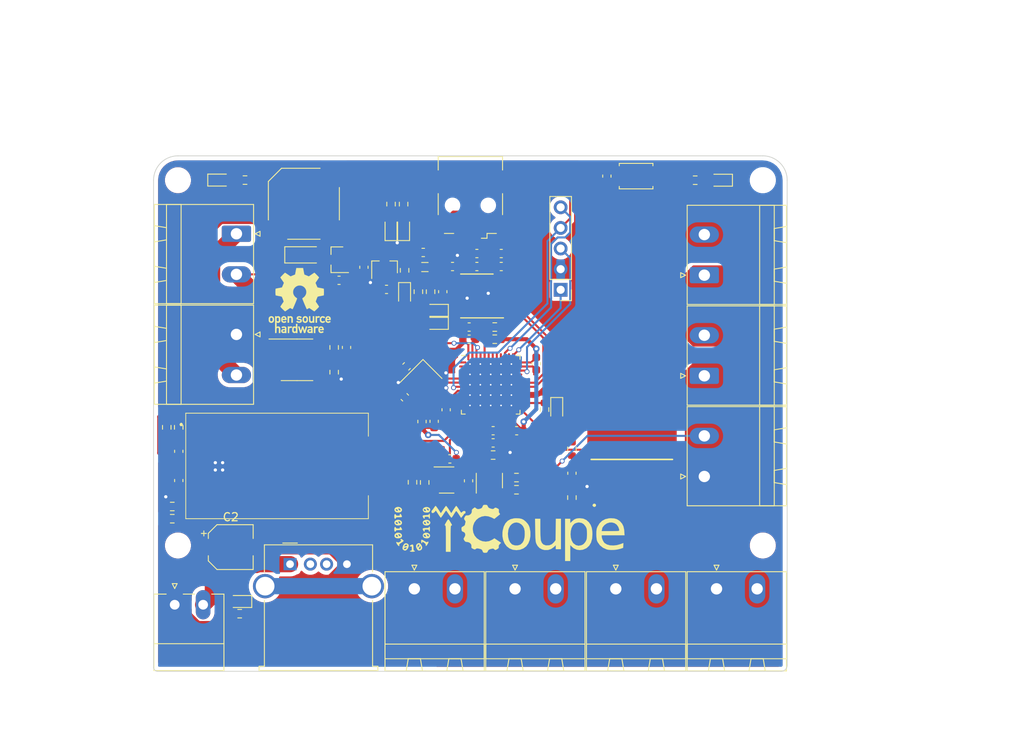
<source format=kicad_pcb>
(kicad_pcb (version 20171130) (host pcbnew 5.1.9-73d0e3b20d~88~ubuntu18.04.1)
  (layers (0 F.Cu signal) (31 B.Cu signal) (34 B.Paste user) (35 F.Paste user) (36 B.SilkS user) (37 F.SilkS user) (38 B.Mask user) (39 F.Mask user) (44 Edge.Cuts user))
  (net 0 "")
  (net 1 +3V3)
  (net 2 NRST)
  (net 3 +3.3VA)
  (net 4 "Net-(D1-Pad2)")
  (net 5 "Net-(F1-Pad1)")
  (net 6 VIPOWER)
  (net 7 +12P)
  (net 8 +BATT)
  (net 9 VILOGIC)
  (net 10 +12V)
  (net 11 +12VA)
  (net 12 GNDBATT)
  (net 13 PWRCMD)
  (net 14 "Net-(R8-Pad2)")
  (net 15 BOOT0)
  (net 16 VVLOGIC)
  (net 17 VVPOWER)
  (net 18 SWO)
  (net 19 SWCLK)
  (net 20 SWDIO)
  (net 21 USB_D+)
  (net 22 USB_D-)
  (net 23 HSE_OUT)
  (net 24 HSE_IN)
  (net 25 +5VL)
  (net 26 "Net-(BZ1-Pad2)")
  (net 27 +5VP)
  (net 28 "Net-(D4-Pad1)")
  (net 29 /TRIM)
  (net 30 "Net-(Q1-Pad1)")
  (net 31 BUZZER)
  (net 32 "Net-(R17-Pad2)")
  (net 33 "Net-(D2-Pad2)")
  (net 34 "Net-(D7-Pad1)")
  (net 35 "Net-(D3-Pad1)")
  (net 36 "Net-(D4-Pad2)")
  (net 37 "Net-(IC1-Pad7)")
  (net 38 "Net-(IC1-Pad6)")
  (net 39 "Net-(IC1-Pad1)")
  (net 40 "Net-(J6-Pad6)")
  (net 41 "Net-(J6-Pad4)")
  (net 42 "Net-(R6-Pad2)")
  (net 43 "Net-(R10-Pad1)")
  (net 44 "Net-(J1-Pad1)")
  (net 45 GND)
  (net 46 "Net-(IC2-Pad3)")
  (net 47 "Net-(C8-Pad1)")
  (net 48 "Net-(J15-Pad5)")
  (net 49 "Net-(J15-Pad2)")
  (net 50 "Net-(J15-Pad3)")
  (net 51 "Net-(U2-Pad45)")
  (net 52 "Net-(U2-Pad43)")
  (net 53 "Net-(U2-Pad42)")
  (net 54 "Net-(U2-Pad41)")
  (net 55 "Net-(U2-Pad40)")
  (net 56 "Net-(U2-Pad38)")
  (net 57 "Net-(U2-Pad33)")
  (net 58 "Net-(U2-Pad32)")
  (net 59 "Net-(U2-Pad29)")
  (net 60 "Net-(U2-Pad28)")
  (net 61 "Net-(U2-Pad27)")
  (net 62 "Net-(U2-Pad21)")
  (net 63 "Net-(U2-Pad20)")
  (net 64 "Net-(U2-Pad19)")
  (net 65 "Net-(U2-Pad18)")
  (net 66 "Net-(U2-Pad17)")
  (net 67 "Net-(U2-Pad4)")
  (net 68 "Net-(U2-Pad3)")
  (net 69 "Net-(U2-Pad2)")
  (net 70 "Net-(U2-Pad1)")
  (net 71 +5V)
  (net 72 "Net-(C6-Pad1)")
  (net 73 "Net-(C23-Pad1)")
  (net 74 "Net-(C25-Pad1)")
  (net 75 UART_RX)
  (net 76 UART_TX)
  (net 77 "Net-(U3-Pad6)")
  (net 78 "Net-(U3-Pad2)")
  (net 79 "Net-(D5-Pad2)")
  (net 80 CBUS2)
  (net 81 "Net-(D6-Pad2)")
  (net 82 CBUS3)
  (net 83 VCCIO)
  (net 84 CBUS1)
  (net 85 CBUS0)
  (net 86 "Net-(U2-Pad12)")
  (net 87 "Net-(U2-Pad11)")
  (net 88 "Net-(U2-Pad10)")
  (net 89 "Net-(D9-Pad2)")
  (net 90 LED0)
  (net 91 "Net-(D10-Pad2)")
  (module Capacitor_SMD:CP_Elec_5x5.4 (layer F.Cu) (at 101.5 114.2)
    (fp_text reference C2 (at 0 -3.7) (layer F.SilkS))
    (fp_text value 100uF/10V)
    (pad 2 smd roundrect (at 2.2 0) (size 3 1.6) (layers F.Cu F.Paste F.Mask) (roundrect_rratio 0.15625) (net 45 GND))
    (pad 1 smd roundrect (at -2.2 0) (size 3 1.6) (layers F.Cu F.Paste F.Mask) (roundrect_rratio 0.15625) (net 27 +5VP))
  )
  (module UTCoupe:logo_UTCoupe_Medium (layer F.Cu) (at 135.7358 112.4212)
    (fp_text reference G*** hide)
    (fp_text value LOGO hide)
  )
  (module Resistor_SMD:R_0603_1608Metric (layer F.Cu) (at 93.6226 99.4418 270)
    (fp_text reference R28 hide)
    (fp_text value 10K)
    (pad 2 smd roundrect (at 0.825 0 270) (size 0.8 0.95) (layers F.Cu F.Paste F.Mask) (net 45 GND))
    (pad 1 smd roundrect (at -0.825 0 270) (size 0.8 0.95) (layers F.Cu F.Paste F.Mask) (net 39 "Net-(IC1-Pad1)"))
  )
  (module Resistor_SMD:R_0603_1608Metric (layer F.Cu) (at 95.0958 99.4418 90)
    (fp_text reference R27 hide)
    (fp_text value 10K)
    (pad 2 smd roundrect (at 0.825 0 90) (size 0.8 0.95) (layers F.Cu F.Paste F.Mask) (net 39 "Net-(IC1-Pad1)"))
    (pad 1 smd roundrect (at -0.825 0 90) (size 0.8 0.95) (layers F.Cu F.Paste F.Mask) (net 10 +12V))
  )
  (module LED_SMD:LED_0603_1608Metric (layer F.Cu) (at 161.7746 69.0016 180)
    (fp_text reference D4 hide)
    (fp_text value red0603)
    (pad 2 smd roundrect (at 0.7875 0 180) (size 0.875 0.95) (layers F.Cu F.Paste F.Mask) (net 36 "Net-(D4-Pad2)"))
    (pad 1 smd roundrect (at -0.7875 0 180) (size 0.875 0.95) (layers F.Cu F.Paste F.Mask) (net 28 "Net-(D4-Pad1)"))
  )
  (module Resistor_SMD:R_0603_1608Metric (layer F.Cu) (at 140.13 97.2574 270)
    (fp_text reference R26 hide)
    (fp_text value 3K3)
    (pad 2 smd roundrect (at 0.825 0 270) (size 0.8 0.95) (layers F.Cu F.Paste F.Mask) (net 91 "Net-(D10-Pad2)"))
    (pad 1 smd roundrect (at -0.825 0 270) (size 0.8 0.95) (layers F.Cu F.Paste F.Mask) (net 90 LED0))
  )
  (module LED_SMD:LED_0603_1608Metric (layer F.Cu) (at 141.6286 97.2574 270)
    (fp_text reference D10 hide)
    (fp_text value green0603)
    (pad 2 smd roundrect (at 0.7875 0 270) (size 0.875 0.95) (layers F.Cu F.Paste F.Mask) (net 91 "Net-(D10-Pad2)"))
    (pad 1 smd roundrect (at -0.7875 0 270) (size 0.875 0.95) (layers F.Cu F.Paste F.Mask) (net 45 GND))
  )
  (module Connector_PinHeader_2.54mm:PinHeader_1x05_P2.54mm_Vertical (layer F.Cu) (at 142.1112 82.5 180)
    (fp_text reference J7 hide)
    (fp_text value Conn_01x05)
    (pad 1 thru_hole rect (at 0 0 180) (size 1.7 1.7) (drill 1) (layers *.Cu *.Mask) (net 19 SWCLK))
    (pad 2 thru_hole oval (at 0 2.54 180) (size 1.7 1.7) (drill 1) (layers *.Cu *.Mask) (net 45 GND))
    (pad 3 thru_hole oval (at 0 5.08 180) (size 1.7 1.7) (drill 1) (layers *.Cu *.Mask) (net 20 SWDIO))
    (pad 4 thru_hole oval (at 0 7.62 180) (size 1.7 1.7) (drill 1) (layers *.Cu *.Mask) (net 2 NRST))
    (pad 5 thru_hole oval (at 0 10.16 180) (size 1.7 1.7) (drill 1) (layers *.Cu *.Mask) (net 18 SWO))
  )
  (module Resistor_SMD:R_0603_1608Metric (layer F.Cu) (at 121.2324 71.9458 270)
    (fp_text reference R24 hide)
    (fp_text value 3K3)
    (pad 2 smd roundrect (at 0.825 0 270) (size 0.8 0.95) (layers F.Cu F.Paste F.Mask) (net 89 "Net-(D9-Pad2)"))
    (pad 1 smd roundrect (at -0.825 0 270) (size 0.8 0.95) (layers F.Cu F.Paste F.Mask) (net 71 +5V))
  )
  (module LED_SMD:LED_0603_1608Metric (layer F.Cu) (at 121.2324 74.9562 90)
    (fp_text reference D9 hide)
    (fp_text value red0603)
    (pad 2 smd roundrect (at 0.7875 0 90) (size 0.875 0.95) (layers F.Cu F.Paste F.Mask) (net 89 "Net-(D9-Pad2)"))
    (pad 1 smd roundrect (at -0.7875 0 90) (size 0.875 0.95) (layers F.Cu F.Paste F.Mask) (net 45 GND))
  )
  (module SamacSys_Parts:IPB180N03S4L01 (layer F.Cu) (at 150.875 97.975)
    (fp_text reference IC2 hide)
    (fp_text value BTS500251TADATMA2 hide)
    (pad 7 smd rect (at 3.81 9.15) (size 0.8 4.6) (layers F.Cu F.Paste F.Mask) (net 7 +12P))
    (pad 6 smd rect (at 2.54 9.15) (size 0.8 4.6) (layers F.Cu F.Paste F.Mask) (net 7 +12P))
    (pad 5 smd rect (at 1.27 9.15) (size 0.8 4.6) (layers F.Cu F.Paste F.Mask) (net 7 +12P))
    (pad 4 smd rect (at 0 0 90) (size 9.4 10.8) (layers F.Cu F.Paste F.Mask) (net 8 +BATT))
    (pad 3 smd rect (at -1.27 9.15) (size 0.8 4.6) (layers F.Cu F.Paste F.Mask) (net 46 "Net-(IC2-Pad3)"))
    (pad 2 smd rect (at -2.54 9.15) (size 0.8 4.6) (layers F.Cu F.Paste F.Mask) (net 47 "Net-(C8-Pad1)"))
    (pad 1 smd rect (at -3.81 9.15) (size 0.8 4.6) (layers F.Cu F.Paste F.Mask) (net 45 GND))
  )
  (module SamacSys_Parts:SRBH06H1A1G (layer F.Cu) (at 107.2 104.2 270)
    (fp_text reference IC1 hide)
    (fp_text value SRBH-06H1A1G hide)
    (pad 7 smd rect (at -5.08 -9.47 270) (size 1.65 2.79) (layers F.Cu F.Paste F.Mask) (net 37 "Net-(IC1-Pad7)"))
    (pad 6 smd rect (at 5.08 -9.47 270) (size 1.65 2.79) (layers F.Cu F.Paste F.Mask) (net 38 "Net-(IC1-Pad6)"))
    (pad 5 smd rect (at 5.08 9.46 270) (size 1.65 2.79) (layers F.Cu F.Paste F.Mask) (net 29 /TRIM))
    (pad 4 smd rect (at 2.54 9.46 270) (size 1.65 2.79) (layers F.Cu F.Paste F.Mask) (net 27 +5VP))
    (pad 3 smd rect (at 0 9.46 270) (size 1.65 2.79) (layers F.Cu F.Paste F.Mask) (net 45 GND))
    (pad 2 smd rect (at -2.54 9.46 270) (size 1.65 2.79) (layers F.Cu F.Paste F.Mask) (net 10 +12V))
    (pad 1 smd rect (at -5.08 9.46 270) (size 1.65 2.79) (layers F.Cu F.Paste F.Mask) (net 39 "Net-(IC1-Pad1)"))
  )
  (module Package_DFN_QFN:QFN-48-1EP_7x7mm_P0.5mm_EP5.6x5.6mm_ThermalVias (layer F.Cu) (at 133.5 94.2)
    (fp_text reference U2 hide)
    (fp_text value STM32F411CEUx)
    (pad 1 smd roundrect (at -3.4375 -2.75) (size 0.875 0.25) (layers F.Cu F.Paste F.Mask) (net 70 "Net-(U2-Pad1)"))
    (pad 2 smd roundrect (at -3.4375 -2.25) (size 0.875 0.25) (layers F.Cu F.Paste F.Mask) (net 69 "Net-(U2-Pad2)"))
    (pad 3 smd roundrect (at -3.4375 -1.75) (size 0.875 0.25) (layers F.Cu F.Paste F.Mask) (net 68 "Net-(U2-Pad3)"))
    (pad 4 smd roundrect (at -3.4375 -1.25) (size 0.875 0.25) (layers F.Cu F.Paste F.Mask) (net 67 "Net-(U2-Pad4)"))
    (pad 5 smd roundrect (at -3.4375 -0.75) (size 0.875 0.25) (layers F.Cu F.Paste F.Mask) (net 24 HSE_IN))
    (pad 6 smd roundrect (at -3.4375 -0.25) (size 0.875 0.25) (layers F.Cu F.Paste F.Mask) (net 23 HSE_OUT))
    (pad 7 smd roundrect (at -3.4375 0.25) (size 0.875 0.25) (layers F.Cu F.Paste F.Mask) (net 2 NRST))
    (pad 8 smd roundrect (at -3.4375 0.75) (size 0.875 0.25) (layers F.Cu F.Paste F.Mask) (net 45 GND))
    (pad 9 smd roundrect (at -3.4375 1.25) (size 0.875 0.25) (layers F.Cu F.Paste F.Mask) (net 3 +3.3VA))
    (pad 10 smd roundrect (at -3.4375 1.75) (size 0.875 0.25) (layers F.Cu F.Paste F.Mask) (net 88 "Net-(U2-Pad10)"))
    (pad 11 smd roundrect (at -3.4375 2.25) (size 0.875 0.25) (layers F.Cu F.Paste F.Mask) (net 87 "Net-(U2-Pad11)"))
    (pad 12 smd roundrect (at -3.4375 2.75) (size 0.875 0.25) (layers F.Cu F.Paste F.Mask) (net 86 "Net-(U2-Pad12)"))
    (pad 13 smd roundrect (at -2.75 3.4375) (size 0.25 0.875) (layers F.Cu F.Paste F.Mask) (net 9 VILOGIC))
    (pad 14 smd roundrect (at -2.25 3.4375) (size 0.25 0.875) (layers F.Cu F.Paste F.Mask) (net 16 VVLOGIC))
    (pad 15 smd roundrect (at -1.75 3.4375) (size 0.25 0.875) (layers F.Cu F.Paste F.Mask) (net 17 VVPOWER))
    (pad 16 smd roundrect (at -1.25 3.4375) (size 0.25 0.875) (layers F.Cu F.Paste F.Mask) (net 6 VIPOWER))
    (pad 17 smd roundrect (at -0.75 3.4375) (size 0.25 0.875) (layers F.Cu F.Paste F.Mask) (net 66 "Net-(U2-Pad17)"))
    (pad 18 smd roundrect (at -0.25 3.4375) (size 0.25 0.875) (layers F.Cu F.Paste F.Mask) (net 65 "Net-(U2-Pad18)"))
    (pad 19 smd roundrect (at 0.25 3.4375) (size 0.25 0.875) (layers F.Cu F.Paste F.Mask) (net 64 "Net-(U2-Pad19)"))
    (pad 20 smd roundrect (at 0.75 3.4375) (size 0.25 0.875) (layers F.Cu F.Paste F.Mask) (net 63 "Net-(U2-Pad20)"))
    (pad 21 smd roundrect (at 1.25 3.4375) (size 0.25 0.875) (layers F.Cu F.Paste F.Mask) (net 62 "Net-(U2-Pad21)"))
    (pad 22 smd roundrect (at 1.75 3.4375) (size 0.25 0.875) (layers F.Cu F.Paste F.Mask) (net 72 "Net-(C6-Pad1)"))
    (pad 23 smd roundrect (at 2.25 3.4375) (size 0.25 0.875) (layers F.Cu F.Paste F.Mask) (net 45 GND))
    (pad 24 smd roundrect (at 2.75 3.4375) (size 0.25 0.875) (layers F.Cu F.Paste F.Mask) (net 1 +3V3))
    (pad 25 smd roundrect (at 3.4375 2.75) (size 0.875 0.25) (layers F.Cu F.Paste F.Mask) (net 13 PWRCMD))
    (pad 26 smd roundrect (at 3.4375 2.25) (size 0.875 0.25) (layers F.Cu F.Paste F.Mask) (net 90 LED0))
    (pad 27 smd roundrect (at 3.4375 1.75) (size 0.875 0.25) (layers F.Cu F.Paste F.Mask) (net 61 "Net-(U2-Pad27)"))
    (pad 28 smd roundrect (at 3.4375 1.25) (size 0.875 0.25) (layers F.Cu F.Paste F.Mask) (net 60 "Net-(U2-Pad28)"))
    (pad 29 smd roundrect (at 3.4375 0.75) (size 0.875 0.25) (layers F.Cu F.Paste F.Mask) (net 59 "Net-(U2-Pad29)"))
    (pad 30 smd roundrect (at 3.4375 0.25) (size 0.875 0.25) (layers F.Cu F.Paste F.Mask) (net 76 UART_TX))
    (pad 31 smd roundrect (at 3.4375 -0.25) (size 0.875 0.25) (layers F.Cu F.Paste F.Mask) (net 75 UART_RX))
    (pad 32 smd roundrect (at 3.4375 -0.75) (size 0.875 0.25) (layers F.Cu F.Paste F.Mask) (net 58 "Net-(U2-Pad32)"))
    (pad 33 smd roundrect (at 3.4375 -1.25) (size 0.875 0.25) (layers F.Cu F.Paste F.Mask) (net 57 "Net-(U2-Pad33)"))
    (pad 34 smd roundrect (at 3.4375 -1.75) (size 0.875 0.25) (layers F.Cu F.Paste F.Mask) (net 20 SWDIO))
    (pad 35 smd roundrect (at 3.4375 -2.25) (size 0.875 0.25) (layers F.Cu F.Paste F.Mask) (net 45 GND))
    (pad 36 smd roundrect (at 3.4375 -2.75) (size 0.875 0.25) (layers F.Cu F.Paste F.Mask) (net 1 +3V3))
    (pad 37 smd roundrect (at 2.75 -3.4375) (size 0.25 0.875) (layers F.Cu F.Paste F.Mask) (net 19 SWCLK))
    (pad 38 smd roundrect (at 2.25 -3.4375) (size 0.25 0.875) (layers F.Cu F.Paste F.Mask) (net 56 "Net-(U2-Pad38)"))
    (pad 39 smd roundrect (at 1.75 -3.4375) (size 0.25 0.875) (layers F.Cu F.Paste F.Mask) (net 18 SWO))
    (pad 40 smd roundrect (at 1.25 -3.4375) (size 0.25 0.875) (layers F.Cu F.Paste F.Mask) (net 55 "Net-(U2-Pad40)"))
    (pad 41 smd roundrect (at 0.75 -3.4375) (size 0.25 0.875) (layers F.Cu F.Paste F.Mask) (net 54 "Net-(U2-Pad41)"))
    (pad 42 smd roundrect (at 0.25 -3.4375) (size 0.25 0.875) (layers F.Cu F.Paste F.Mask) (net 53 "Net-(U2-Pad42)"))
    (pad 43 smd roundrect (at -0.25 -3.4375) (size 0.25 0.875) (layers F.Cu F.Paste F.Mask) (net 52 "Net-(U2-Pad43)"))
    (pad 44 smd roundrect (at -0.75 -3.4375) (size 0.25 0.875) (layers F.Cu F.Paste F.Mask) (net 15 BOOT0))
    (pad 45 smd roundrect (at -1.25 -3.4375) (size 0.25 0.875) (layers F.Cu F.Paste F.Mask) (net 51 "Net-(U2-Pad45)"))
    (pad 46 smd roundrect (at -1.75 -3.4375) (size 0.25 0.875) (layers F.Cu F.Paste F.Mask) (net 31 BUZZER))
    (pad 47 smd roundrect (at -2.25 -3.4375) (size 0.25 0.875) (layers F.Cu F.Paste F.Mask) (net 45 GND))
    (pad 48 smd roundrect (at -2.75 -3.4375) (size 0.25 0.875) (layers F.Cu F.Paste F.Mask) (net 1 +3V3))
    (pad 49 smd rect (at 0 0) (size 5.6 5.6) (layers F.Cu F.Mask) (net 45 GND))
    (pad 49 thru_hole circle (at -2.55 -2.55) (size 0.5 0.5) (drill 0.2) (layers *.Cu) (net 45 GND))
    (pad 49 thru_hole circle (at -1.275 -2.55) (size 0.5 0.5) (drill 0.2) (layers *.Cu) (net 45 GND))
    (pad 49 thru_hole circle (at 0 -2.55) (size 0.5 0.5) (drill 0.2) (layers *.Cu) (net 45 GND))
    (pad 49 thru_hole circle (at 1.275 -2.55) (size 0.5 0.5) (drill 0.2) (layers *.Cu) (net 45 GND))
    (pad 49 thru_hole circle (at 2.55 -2.55) (size 0.5 0.5) (drill 0.2) (layers *.Cu) (net 45 GND))
    (pad 49 thru_hole circle (at -2.55 -1.275) (size 0.5 0.5) (drill 0.2) (layers *.Cu) (net 45 GND))
    (pad 49 thru_hole circle (at -1.275 -1.275) (size 0.5 0.5) (drill 0.2) (layers *.Cu) (net 45 GND))
    (pad 49 thru_hole circle (at 0 -1.275) (size 0.5 0.5) (drill 0.2) (layers *.Cu) (net 45 GND))
    (pad 49 thru_hole circle (at 1.275 -1.275) (size 0.5 0.5) (drill 0.2) (layers *.Cu) (net 45 GND))
    (pad 49 thru_hole circle (at 2.55 -1.275) (size 0.5 0.5) (drill 0.2) (layers *.Cu) (net 45 GND))
    (pad 49 thru_hole circle (at -2.55 0) (size 0.5 0.5) (drill 0.2) (layers *.Cu) (net 45 GND))
    (pad 49 thru_hole circle (at -1.275 0) (size 0.5 0.5) (drill 0.2) (layers *.Cu) (net 45 GND))
    (pad 49 thru_hole circle (at 0 0) (size 0.5 0.5) (drill 0.2) (layers *.Cu) (net 45 GND))
    (pad 49 thru_hole circle (at 1.275 0) (size 0.5 0.5) (drill 0.2) (layers *.Cu) (net 45 GND))
    (pad 49 thru_hole circle (at 2.55 0) (size 0.5 0.5) (drill 0.2) (layers *.Cu) (net 45 GND))
    (pad 49 thru_hole circle (at -2.55 1.275) (size 0.5 0.5) (drill 0.2) (layers *.Cu) (net 45 GND))
    (pad 49 thru_hole circle (at -1.275 1.275) (size 0.5 0.5) (drill 0.2) (layers *.Cu) (net 45 GND))
    (pad 49 thru_hole circle (at 0 1.275) (size 0.5 0.5) (drill 0.2) (layers *.Cu) (net 45 GND))
    (pad 49 thru_hole circle (at 1.275 1.275) (size 0.5 0.5) (drill 0.2) (layers *.Cu) (net 45 GND))
    (pad 49 thru_hole circle (at 2.55 1.275) (size 0.5 0.5) (drill 0.2) (layers *.Cu) (net 45 GND))
    (pad 49 thru_hole circle (at -2.55 2.55) (size 0.5 0.5) (drill 0.2) (layers *.Cu) (net 45 GND))
    (pad 49 thru_hole circle (at -1.275 2.55) (size 0.5 0.5) (drill 0.2) (layers *.Cu) (net 45 GND))
    (pad 49 thru_hole circle (at 0 2.55) (size 0.5 0.5) (drill 0.2) (layers *.Cu) (net 45 GND))
    (pad 49 thru_hole circle (at 1.275 2.55) (size 0.5 0.5) (drill 0.2) (layers *.Cu) (net 45 GND))
    (pad 49 thru_hole circle (at 2.55 2.55) (size 0.5 0.5) (drill 0.2) (layers *.Cu) (net 45 GND))
    (pad 49 smd rect (at 0 0) (size 5.6 5.6) (layers B.Cu) (net 45 GND))
  )
  (module Fuse:Fuse_0603_1608Metric (layer F.Cu) (at 125.1948 77.9026)
    (fp_text reference F1 hide)
    (fp_text value 100mA)
    (pad 2 smd roundrect (at 0.7875 0) (size 0.875 0.95) (layers F.Cu F.Paste F.Mask) (net 25 +5VL))
    (pad 1 smd roundrect (at -0.7875 0) (size 0.875 0.95) (layers F.Cu F.Paste F.Mask) (net 5 "Net-(F1-Pad1)"))
  )
  (module Inductor_SMD:L_0603_1608Metric (layer F.Cu) (at 125.0424 98.7306 270)
    (fp_text reference L1 hide)
    (fp_text value 39nH)
    (pad 1 smd roundrect (at -0.7875 0 270) (size 0.875 0.95) (layers F.Cu F.Paste F.Mask) (net 1 +3V3))
    (pad 2 smd roundrect (at 0.7875 0 270) (size 0.875 0.95) (layers F.Cu F.Paste F.Mask) (net 3 +3.3VA))
  )
  (module Symbol:OSHW-Logo_7.5x8mm_SilkScreen (layer F.Cu) (at 109.9802 83.8208)
    (fp_text reference LOGO1 hide)
    (fp_text value Logo_Open_Hardware_Large hide)
  )
  (module Capacitor_SMD:C_0603_1608Metric (layer F.Cu) (at 128.0142 97.2828 270)
    (fp_text reference C17 hide)
    (fp_text value 100nF)
    (pad 2 smd roundrect (at 0.775 0 270) (size 0.9 0.95) (layers F.Cu F.Paste F.Mask) (net 3 +3.3VA))
    (pad 1 smd roundrect (at -0.775 0 270) (size 0.9 0.95) (layers F.Cu F.Paste F.Mask) (net 45 GND))
  )
  (module Capacitor_SMD:C_0603_1608Metric (layer F.Cu) (at 95.1 106 90)
    (fp_text reference C26 hide)
    (fp_text value 100nF)
    (pad 2 smd roundrect (at 0.775 0 90) (size 0.9 0.95) (layers F.Cu F.Paste F.Mask) (net 45 GND))
    (pad 1 smd roundrect (at -0.775 0 90) (size 0.9 0.95) (layers F.Cu F.Paste F.Mask) (net 27 +5VP))
  )
  (module Resistor_SMD:R_0603_1608Metric (layer F.Cu) (at 126.1 82.735 90)
    (fp_text reference R22 hide)
    (fp_text value 270R)
    (pad 1 smd roundrect (at -0.825 0 90) (size 0.8 0.95) (layers F.Cu F.Paste F.Mask) (net 79 "Net-(D5-Pad2)"))
    (pad 2 smd roundrect (at 0.825 0 90) (size 0.8 0.95) (layers F.Cu F.Paste F.Mask) (net 83 VCCIO))
  )
  (module Capacitor_SMD:C_0603_1608Metric (layer F.Cu) (at 131.8 79.635 180)
    (fp_text reference R15 hide)
    (fp_text value 27R)
    (pad 1 smd roundrect (at -0.775 0 180) (size 0.9 0.95) (layers F.Cu F.Paste F.Mask) (net 22 USB_D-))
    (pad 2 smd roundrect (at 0.775 0 180) (size 0.9 0.95) (layers F.Cu F.Paste F.Mask) (net 73 "Net-(C23-Pad1)"))
  )
  (module Capacitor_SMD:C_0603_1608Metric (layer F.Cu) (at 134.8 79.635)
    (fp_text reference C25 hide)
    (fp_text value 47pF)
    (pad 1 smd roundrect (at -0.775 0) (size 0.9 0.95) (layers F.Cu F.Paste F.Mask) (net 74 "Net-(C25-Pad1)"))
    (pad 2 smd roundrect (at 0.775 0) (size 0.9 0.95) (layers F.Cu F.Paste F.Mask) (net 45 GND))
  )
  (module Resistor_SMD:R_0603_1608Metric (layer F.Cu) (at 124.6 82.735 90)
    (fp_text reference R23 hide)
    (fp_text value 270R)
    (pad 1 smd roundrect (at -0.825 0 90) (size 0.8 0.95) (layers F.Cu F.Paste F.Mask) (net 81 "Net-(D6-Pad2)"))
    (pad 2 smd roundrect (at 0.825 0 90) (size 0.8 0.95) (layers F.Cu F.Paste F.Mask) (net 83 VCCIO))
  )
  (module LED_SMD:LED_0603_1608Metric (layer F.Cu) (at 126.8 86.635 180)
    (fp_text reference D6 hide)
    (fp_text value blue0603)
    (pad 1 smd roundrect (at -0.7875 0 180) (size 0.875 0.95) (layers F.Cu F.Paste F.Mask) (net 82 CBUS3))
    (pad 2 smd roundrect (at 0.7875 0 180) (size 0.875 0.95) (layers F.Cu F.Paste F.Mask) (net 81 "Net-(D6-Pad2)"))
  )
  (module LED_SMD:LED_0603_1608Metric (layer F.Cu) (at 126.8 85.035 180)
    (fp_text reference D5 hide)
    (fp_text value blue0603)
    (pad 1 smd roundrect (at -0.7875 0 180) (size 0.875 0.95) (layers F.Cu F.Paste F.Mask) (net 85 CBUS0))
    (pad 2 smd roundrect (at 0.7875 0 180) (size 0.875 0.95) (layers F.Cu F.Paste F.Mask) (net 79 "Net-(D5-Pad2)"))
  )
  (module Capacitor_SMD:C_0603_1608Metric (layer F.Cu) (at 131.8 78.035)
    (fp_text reference R16 hide)
    (fp_text value 27R)
    (pad 1 smd roundrect (at -0.775 0) (size 0.9 0.95) (layers F.Cu F.Paste F.Mask) (net 21 USB_D+))
    (pad 2 smd roundrect (at 0.775 0) (size 0.9 0.95) (layers F.Cu F.Paste F.Mask) (net 74 "Net-(C25-Pad1)"))
  )
  (module Package_SO:SSOP-16_3.9x4.9mm_P0.635mm (layer F.Cu) (at 131.8 83.235 180)
    (fp_text reference U3 hide)
    (fp_text value FT230XS)
    (pad 1 smd rect (at -2.6 -2.2225 180) (size 1.2 0.4) (layers F.Cu F.Paste F.Mask) (net 75 UART_RX))
    (pad 2 smd rect (at -2.6 -1.5875 180) (size 1.2 0.4) (layers F.Cu F.Paste F.Mask) (net 78 "Net-(U3-Pad2)"))
    (pad 3 smd rect (at -2.6 -0.9525 180) (size 1.2 0.4) (layers F.Cu F.Paste F.Mask) (net 83 VCCIO))
    (pad 4 smd rect (at -2.6 -0.3175 180) (size 1.2 0.4) (layers F.Cu F.Paste F.Mask) (net 76 UART_TX))
    (pad 5 smd rect (at -2.6 0.3175 180) (size 1.2 0.4) (layers F.Cu F.Paste F.Mask) (net 45 GND))
    (pad 6 smd rect (at -2.6 0.9525 180) (size 1.2 0.4) (layers F.Cu F.Paste F.Mask) (net 77 "Net-(U3-Pad6)"))
    (pad 7 smd rect (at -2.6 1.5875 180) (size 1.2 0.4) (layers F.Cu F.Paste F.Mask) (net 80 CBUS2))
    (pad 8 smd rect (at -2.6 2.2225 180) (size 1.2 0.4) (layers F.Cu F.Paste F.Mask) (net 74 "Net-(C25-Pad1)"))
    (pad 9 smd rect (at 2.6 2.2225 180) (size 1.2 0.4) (layers F.Cu F.Paste F.Mask) (net 73 "Net-(C23-Pad1)"))
    (pad 10 smd rect (at 2.6 1.5875 180) (size 1.2 0.4) (layers F.Cu F.Paste F.Mask) (net 83 VCCIO))
    (pad 11 smd rect (at 2.6 0.9525 180) (size 1.2 0.4) (layers F.Cu F.Paste F.Mask) (net 83 VCCIO))
    (pad 12 smd rect (at 2.6 0.3175 180) (size 1.2 0.4) (layers F.Cu F.Paste F.Mask) (net 71 +5V))
    (pad 13 smd rect (at 2.6 -0.3175 180) (size 1.2 0.4) (layers F.Cu F.Paste F.Mask) (net 45 GND))
    (pad 14 smd rect (at 2.6 -0.9525 180) (size 1.2 0.4) (layers F.Cu F.Paste F.Mask) (net 84 CBUS1))
    (pad 15 smd rect (at 2.6 -1.5875 180) (size 1.2 0.4) (layers F.Cu F.Paste F.Mask) (net 85 CBUS0))
    (pad 16 smd rect (at 2.6 -2.2225 180) (size 1.2 0.4) (layers F.Cu F.Paste F.Mask) (net 82 CBUS3))
  )
  (module Capacitor_SMD:C_0603_1608Metric (layer F.Cu) (at 128.8 79.635 180)
    (fp_text reference C23 hide)
    (fp_text value 47pF)
    (pad 1 smd roundrect (at -0.775 0 180) (size 0.9 0.95) (layers F.Cu F.Paste F.Mask) (net 73 "Net-(C23-Pad1)"))
    (pad 2 smd roundrect (at 0.775 0 180) (size 0.9 0.95) (layers F.Cu F.Paste F.Mask) (net 45 GND))
  )
  (module Capacitor_SMD:C_0603_1608Metric (layer F.Cu) (at 127.6 82.735 270)
    (fp_text reference C24 hide)
    (fp_text value 100nF)
    (pad 1 smd roundrect (at -0.775 0 270) (size 0.9 0.95) (layers F.Cu F.Paste F.Mask) (net 71 +5V))
    (pad 2 smd roundrect (at 0.775 0 270) (size 0.9 0.95) (layers F.Cu F.Paste F.Mask) (net 45 GND))
  )
  (module Capacitor_SMD:C_0603_1608Metric (layer F.Cu) (at 133.8 99.862 180)
    (fp_text reference C6 hide)
    (fp_text value 4u7)
    (pad 2 smd roundrect (at 0.775 0 180) (size 0.9 0.95) (layers F.Cu F.Paste F.Mask) (net 45 GND))
    (pad 1 smd roundrect (at -0.775 0 180) (size 0.9 0.95) (layers F.Cu F.Paste F.Mask) (net 72 "Net-(C6-Pad1)"))
  )
  (module Capacitor_SMD:C_0603_1608Metric (layer F.Cu) (at 130.8492 87.0904 180)
    (fp_text reference C12 hide)
    (fp_text value 4u7)
    (pad 2 smd roundrect (at 0.775 0 180) (size 0.9 0.95) (layers F.Cu F.Paste F.Mask) (net 1 +3V3))
    (pad 1 smd roundrect (at -0.775 0 180) (size 0.9 0.95) (layers F.Cu F.Paste F.Mask) (net 45 GND))
  )
  (module Button_Switch_SMD:SW_Push_SPST_NO_Alps_SKRK (layer F.Cu) (at 151.4 68.4968)
    (fp_text reference SW1 hide)
    (fp_text value SKRKAEE020)
    (pad 1 smd roundrect (at -2.1 0) (size 0.8 2) (layers F.Cu F.Paste F.Mask) (net 2 NRST))
    (pad 2 smd roundrect (at 2.1 0) (size 0.8 2) (layers F.Cu F.Paste F.Mask) (net 45 GND))
  )
  (module Capacitor_SMD:C_0603_1608Metric (layer F.Cu) (at 139.1096 91.6 90)
    (fp_text reference C22 hide)
    (fp_text value 100nF)
    (pad 2 smd roundrect (at 0.775 0 90) (size 0.9 0.95) (layers F.Cu F.Paste F.Mask) (net 1 +3V3))
    (pad 1 smd roundrect (at -0.775 0 90) (size 0.9 0.95) (layers F.Cu F.Paste F.Mask) (net 45 GND))
  )
  (module Connector_USB:USB_A_Molex_67643_Horizontal (layer F.Cu) (at 108.8 116.3)
    (fp_text reference J15 hide)
    (fp_text value USB_A)
    (pad 4 thru_hole circle (at 7 0) (size 1.6 1.6) (drill 0.95) (layers *.Cu *.Mask) (net 45 GND))
    (pad 3 thru_hole circle (at 4.5 0) (size 1.6 1.6) (drill 0.95) (layers *.Cu *.Mask) (net 50 "Net-(J15-Pad3)"))
    (pad 2 thru_hole circle (at 2.5 0) (size 1.6 1.6) (drill 0.95) (layers *.Cu *.Mask) (net 49 "Net-(J15-Pad2)"))
    (pad 1 thru_hole rect (at 0 0) (size 1.6 1.5) (drill 0.95) (layers *.Cu *.Mask) (net 27 +5VP))
    (pad 5 thru_hole circle (at 10.07 2.71) (size 3 3) (drill 2.3) (layers *.Cu *.Mask) (net 48 "Net-(J15-Pad5)"))
    (pad 5 thru_hole circle (at -3.07 2.71) (size 3 3) (drill 2.3) (layers *.Cu *.Mask) (net 48 "Net-(J15-Pad5)"))
  )
  (module Buzzer_Beeper:MagneticBuzzer_Kobitone_254-EMB84Q-RO (layer F.Cu) (at 110.5 71.9 90)
    (fp_text reference BZ1 hide)
    (fp_text value MLT-8530)
    (pad 3 smd rect (at 3.7 3.7) (size 2.195 2.195) (layers F.Cu F.Paste F.Mask))
    (pad 2 smd rect (at -3.7 3.7) (size 2.195 2.195) (layers F.Cu F.Paste F.Mask) (net 26 "Net-(BZ1-Pad2)"))
    (pad 1 smd rect (at -3.7 -3.7) (size 2.195 2.195) (layers F.Cu F.Paste F.Mask) (net 27 +5VP))
  )
  (module Diode_SMD:D_SOD-123 (layer F.Cu) (at 110.4 78.2)
    (fp_text reference D8 hide)
    (fp_text value 1N4148W)
    (pad 2 smd rect (at 1.65 0) (size 0.9 1.2) (layers F.Cu F.Paste F.Mask) (net 26 "Net-(BZ1-Pad2)"))
    (pad 1 smd rect (at -1.65 0) (size 0.9 1.2) (layers F.Cu F.Paste F.Mask) (net 27 +5VP))
  )
  (module Resistor_SMD:R_0603_1608Metric (layer F.Cu) (at 94.3 109.2)
    (fp_text reference R11 hide)
    (fp_text value 1K)
    (pad 2 smd roundrect (at 0.825 0) (size 0.8 0.95) (layers F.Cu F.Paste F.Mask) (net 43 "Net-(R10-Pad1)"))
    (pad 1 smd roundrect (at -0.825 0) (size 0.8 0.95) (layers F.Cu F.Paste F.Mask) (net 45 GND))
  )
  (module Connector_USB:USB_Mini-B_Wuerth_65100516121_Horizontal (layer F.Cu) (at 131 72.1 180)
    (fp_text reference J6 hide)
    (fp_text value USB_B_Mini)
    (pad 6 smd rect (at -4.4 2.9 180) (size 2 2.5) (layers F.Cu F.Paste F.Mask) (net 40 "Net-(J6-Pad6)"))
    (pad 6 smd rect (at 4.4 2.9 180) (size 2 2.5) (layers F.Cu F.Paste F.Mask) (net 40 "Net-(J6-Pad6)"))
    (pad 6 smd rect (at -4.4 -2.6 180) (size 2 2.5) (layers F.Cu F.Paste F.Mask) (net 40 "Net-(J6-Pad6)"))
    (pad 6 smd rect (at 4.4 -2.6 180) (size 2 2.5) (layers F.Cu F.Paste F.Mask) (net 40 "Net-(J6-Pad6)"))
    (pad 1 smd rect (at -1.6 -2.6 180) (size 0.5 2.5) (layers F.Cu F.Paste F.Mask) (net 25 +5VL))
    (pad 2 smd rect (at -0.8 -2.6 180) (size 0.5 2.5) (layers F.Cu F.Paste F.Mask) (net 22 USB_D-))
    (pad 3 smd rect (at 0 -2.6 180) (size 0.5 2.5) (layers F.Cu F.Paste F.Mask) (net 21 USB_D+))
    (pad 4 smd rect (at 0.8 -2.6 180) (size 0.5 2.5) (layers F.Cu F.Paste F.Mask) (net 41 "Net-(J6-Pad4)"))
    (pad 5 smd rect (at 1.6 -2.6 180) (size 0.5 2.5) (layers F.Cu F.Paste F.Mask) (net 45 GND))
    (pad "" np_thru_hole circle (at -2.2 0 180) (size 0.9 0.9) (drill 0.9) (layers *.Cu *.Mask))
    (pad "" np_thru_hole circle (at 2.2 0 180) (size 0.9 0.9) (drill 0.9) (layers *.Cu *.Mask))
  )
  (module Package_TO_SOT_SMD:SOT-23 (layer F.Cu) (at 114.6 78.8 180)
    (fp_text reference Q1 hide)
    (fp_text value 2N7002E)
    (pad 3 smd rect (at 1 0 180) (size 0.9 0.8) (layers F.Cu F.Paste F.Mask) (net 26 "Net-(BZ1-Pad2)"))
    (pad 2 smd rect (at -1 0.95 180) (size 0.9 0.8) (layers F.Cu F.Paste F.Mask) (net 45 GND))
    (pad 1 smd rect (at -1 -0.95 180) (size 0.9 0.8) (layers F.Cu F.Paste F.Mask) (net 30 "Net-(Q1-Pad1)"))
  )
  (module Resistor_SMD:R_0603_1608Metric (layer F.Cu) (at 122.9 80.1 90)
    (fp_text reference R14 hide)
    (fp_text value 3K3)
    (pad 2 smd roundrect (at 0.825 0 90) (size 0.8 0.95) (layers F.Cu F.Paste F.Mask) (net 45 GND))
    (pad 1 smd roundrect (at -0.825 0 90) (size 0.8 0.95) (layers F.Cu F.Paste F.Mask) (net 34 "Net-(D7-Pad1)"))
  )
  (module Capacitor_SMD:C_0603_1608Metric (layer F.Cu) (at 147.8 68.4968 270)
    (fp_text reference C15 hide)
    (fp_text value 100nF)
    (pad 2 smd roundrect (at 0.775 0 270) (size 0.9 0.95) (layers F.Cu F.Paste F.Mask) (net 45 GND))
    (pad 1 smd roundrect (at -0.775 0 270) (size 0.9 0.95) (layers F.Cu F.Paste F.Mask) (net 2 NRST))
  )
  (module Package_TO_SOT_SMD:SOT-23-5 (layer F.Cu) (at 128.0746 105.935)
    (fp_text reference U1 hide)
    (fp_text value MCP6L01x-xOT)
    (pad 5 smd rect (at 1.1 -0.95) (size 1.06 0.65) (layers F.Cu F.Paste F.Mask) (net 3 +3.3VA))
    (pad 4 smd rect (at 1.1 0.95) (size 1.06 0.65) (layers F.Cu F.Paste F.Mask) (net 16 VVLOGIC))
    (pad 3 smd rect (at -1.1 0.95) (size 1.06 0.65) (layers F.Cu F.Paste F.Mask) (net 42 "Net-(R6-Pad2)"))
    (pad 2 smd rect (at -1.1 0) (size 1.06 0.65) (layers F.Cu F.Paste F.Mask) (net 45 GND))
    (pad 1 smd rect (at -1.1 -0.95) (size 1.06 0.65) (layers F.Cu F.Paste F.Mask) (net 16 VVLOGIC))
  )
  (module Resistor_SMD:R_0603_1608Metric (layer F.Cu) (at 123.8746 106.21 270)
    (fp_text reference R6 hide)
    (fp_text value 10K)
    (pad 2 smd roundrect (at 0.825 0 270) (size 0.8 0.95) (layers F.Cu F.Paste F.Mask) (net 42 "Net-(R6-Pad2)"))
    (pad 1 smd roundrect (at -0.825 0 270) (size 0.8 0.95) (layers F.Cu F.Paste F.Mask) (net 11 +12VA))
  )
  (module Capacitor_SMD:C_0603_1608Metric (layer F.Cu) (at 128.4746 103.335 180)
    (fp_text reference C4 hide)
    (fp_text value 100nF)
    (pad 2 smd roundrect (at 0.775 0 180) (size 0.9 0.95) (layers F.Cu F.Paste F.Mask) (net 45 GND))
    (pad 1 smd roundrect (at -0.775 0 180) (size 0.9 0.95) (layers F.Cu F.Paste F.Mask) (net 3 +3.3VA))
  )
  (module Resistor_SMD:R_0603_1608Metric (layer F.Cu) (at 125.3746 106.235 90)
    (fp_text reference R7 hide)
    (fp_text value 1K5)
    (pad 2 smd roundrect (at 0.825 0 90) (size 0.8 0.95) (layers F.Cu F.Paste F.Mask) (net 45 GND))
    (pad 1 smd roundrect (at -0.825 0 90) (size 0.8 0.95) (layers F.Cu F.Paste F.Mask) (net 42 "Net-(R6-Pad2)"))
  )
  (module Resistor_SMD:R_0603_1608Metric (layer F.Cu) (at 133.8 102.862 180)
    (fp_text reference R2 hide)
    (fp_text value 4K7)
    (pad 2 smd roundrect (at 0.825 0 180) (size 0.8 0.95) (layers F.Cu F.Paste F.Mask) (net 6 VIPOWER))
    (pad 1 smd roundrect (at -0.825 0 180) (size 0.8 0.95) (layers F.Cu F.Paste F.Mask) (net 46 "Net-(IC2-Pad3)"))
  )
  (module Capacitor_SMD:C_0603_1608Metric (layer F.Cu) (at 133.8 101.362)
    (fp_text reference C19 hide)
    (fp_text value 10nF)
    (pad 2 smd roundrect (at 0.775 0) (size 0.9 0.95) (layers F.Cu F.Paste F.Mask) (net 45 GND))
    (pad 1 smd roundrect (at -0.775 0) (size 0.9 0.95) (layers F.Cu F.Paste F.Mask) (net 6 VIPOWER))
  )
  (module Capacitor_SMD:C_0603_1608Metric (layer F.Cu) (at 143.5 105.1 270)
    (fp_text reference C8 hide)
    (fp_text value 150nF)
    (pad 2 smd roundrect (at 0.775 0 270) (size 0.9 0.95) (layers F.Cu F.Paste F.Mask) (net 45 GND))
    (pad 1 smd roundrect (at -0.775 0 270) (size 0.9 0.95) (layers F.Cu F.Paste F.Mask) (net 47 "Net-(C8-Pad1)"))
  )
  (module Capacitor_SMD:C_0603_1608Metric (layer F.Cu) (at 134.8 78.035)
    (fp_text reference C3 hide)
    (fp_text value 4.7uF)
    (pad 1 smd roundrect (at -0.775 0) (size 0.9 0.95) (layers F.Cu F.Paste F.Mask) (net 25 +5VL))
    (pad 2 smd roundrect (at 0.775 0) (size 0.9 0.95) (layers F.Cu F.Paste F.Mask) (net 45 GND))
  )
  (module Package_TO_SOT_SMD:SOT-23-5 (layer F.Cu) (at 133.3366 106.003 90)
    (fp_text reference U8 hide)
    (fp_text value MCP6L01x-xOT)
    (pad 5 smd rect (at 1.1 -0.95 90) (size 1.06 0.65) (layers F.Cu F.Paste F.Mask) (net 3 +3.3VA))
    (pad 4 smd rect (at 1.1 0.95 90) (size 1.06 0.65) (layers F.Cu F.Paste F.Mask) (net 17 VVPOWER))
    (pad 3 smd rect (at -1.1 0.95 90) (size 1.06 0.65) (layers F.Cu F.Paste F.Mask) (net 14 "Net-(R8-Pad2)"))
    (pad 2 smd rect (at -1.1 0 90) (size 1.06 0.65) (layers F.Cu F.Paste F.Mask) (net 45 GND))
    (pad 1 smd rect (at -1.1 -0.95 90) (size 1.06 0.65) (layers F.Cu F.Paste F.Mask) (net 17 VVPOWER))
  )
  (module Capacitor_SMD:C_0603_1608Metric (layer F.Cu) (at 130.7746 106.035 270)
    (fp_text reference C18 hide)
    (fp_text value 100nF)
    (pad 2 smd roundrect (at 0.775 0 270) (size 0.9 0.95) (layers F.Cu F.Paste F.Mask) (net 45 GND))
    (pad 1 smd roundrect (at -0.775 0 270) (size 0.9 0.95) (layers F.Cu F.Paste F.Mask) (net 3 +3.3VA))
  )
  (module Inductor_SMD:L_0805_2012Metric (layer F.Cu) (at 125.4 79.7)
    (fp_text reference FB1 hide)
    (fp_text value "100 @ 100MHz")
    (pad 2 smd roundrect (at 1.0625 0) (size 0.875 1.2) (layers F.Cu F.Paste F.Mask) (net 5 "Net-(F1-Pad1)"))
    (pad 1 smd roundrect (at -1.0625 0) (size 0.875 1.2) (layers F.Cu F.Paste F.Mask) (net 71 +5V))
  )
  (module MountingHole:MountingHole_2.2mm_M2 (layer F.Cu) (at 95 114)
    (fp_text reference H4 hide)
    (fp_text value MountingHole)
    (pad 1 np_thru_hole circle (at 0 0) (size 2.2 2.2) (drill 2.2) (layers *.Cu *.Mask))
  )
  (module MountingHole:MountingHole_2.2mm_M2 (layer F.Cu) (at 95 69)
    (fp_text reference H3 hide)
    (fp_text value MountingHole)
    (pad 1 np_thru_hole circle (at 0 0) (size 2.2 2.2) (drill 2.2) (layers *.Cu *.Mask))
  )
  (module MountingHole:MountingHole_2.2mm_M2 (layer F.Cu) (at 167 114)
    (fp_text reference H2 hide)
    (fp_text value MountingHole)
    (pad 1 np_thru_hole circle (at 0 0) (size 2.2 2.2) (drill 2.2) (layers *.Cu *.Mask))
  )
  (module MountingHole:MountingHole_2.2mm_M2 (layer F.Cu) (at 167 69)
    (fp_text reference H1 hide)
    (fp_text value MountingHole)
    (pad 1 np_thru_hole circle (at 0 0) (size 2.2 2.2) (drill 2.2) (layers *.Cu *.Mask))
  )
  (module Package_SO:SOIC-8_3.9x4.9mm_P1.27mm (layer F.Cu) (at 109.656 91.127)
    (fp_text reference U4 hide)
    (fp_text value ACS722xLCTR-10AB)
    (pad 8 smd roundrect (at 2.475 -1.905) (size 1.95 0.6) (layers F.Cu F.Paste F.Mask) (net 3 +3.3VA))
    (pad 7 smd roundrect (at 2.475 -0.635) (size 1.95 0.6) (layers F.Cu F.Paste F.Mask) (net 9 VILOGIC))
    (pad 6 smd roundrect (at 2.475 0.635) (size 1.95 0.6) (layers F.Cu F.Paste F.Mask) (net 32 "Net-(R17-Pad2)"))
    (pad 5 smd roundrect (at 2.475 1.905) (size 1.95 0.6) (layers F.Cu F.Paste F.Mask) (net 45 GND))
    (pad 4 smd roundrect (at -2.475 1.905) (size 1.95 0.6) (layers F.Cu F.Paste F.Mask) (net 10 +12V))
    (pad 3 smd roundrect (at -2.475 0.635) (size 1.95 0.6) (layers F.Cu F.Paste F.Mask) (net 10 +12V))
    (pad 2 smd roundrect (at -2.475 -0.635) (size 1.95 0.6) (layers F.Cu F.Paste F.Mask) (net 11 +12VA))
    (pad 1 smd roundrect (at -2.475 -1.905) (size 1.95 0.6) (layers F.Cu F.Paste F.Mask) (net 11 +12VA))
  )
  (module Resistor_SMD:R_0603_1608Metric (layer F.Cu) (at 114.228 92.651 270)
    (fp_text reference R18 hide)
    (fp_text value 0R)
    (pad 2 smd roundrect (at 0.825 0 270) (size 0.8 0.95) (layers F.Cu F.Paste F.Mask) (net 45 GND))
    (pad 1 smd roundrect (at -0.825 0 270) (size 0.8 0.95) (layers F.Cu F.Paste F.Mask) (net 32 "Net-(R17-Pad2)"))
  )
  (module Resistor_SMD:R_0603_1608Metric (layer F.Cu) (at 114.228 89.603 270)
    (fp_text reference R17 hide)
    (fp_text value NC)
    (pad 2 smd roundrect (at 0.825 0 270) (size 0.8 0.95) (layers F.Cu F.Paste F.Mask) (net 32 "Net-(R17-Pad2)"))
    (pad 1 smd roundrect (at -0.825 0 270) (size 0.8 0.95) (layers F.Cu F.Paste F.Mask) (net 3 +3.3VA))
  )
  (module Capacitor_SMD:C_0603_1608Metric (layer F.Cu) (at 115.752 89.603 270)
    (fp_text reference C9 hide)
    (fp_text value 100nF)
    (pad 2 smd roundrect (at 0.775 0 270) (size 0.9 0.95) (layers F.Cu F.Paste F.Mask) (net 45 GND))
    (pad 1 smd roundrect (at -0.775 0 270) (size 0.9 0.95) (layers F.Cu F.Paste F.Mask) (net 3 +3.3VA))
  )
  (module Package_TO_SOT_SMD:SOT-23 (layer F.Cu) (at 120.433 79.712 90)
    (fp_text reference U5 hide)
    (fp_text value XC6206P332MR)
    (pad 3 smd rect (at 1 0 90) (size 0.9 0.8) (layers F.Cu F.Paste F.Mask) (net 71 +5V))
    (pad 2 smd rect (at -1 0.95 90) (size 0.9 0.8) (layers F.Cu F.Paste F.Mask) (net 1 +3V3))
    (pad 1 smd rect (at -1 -0.95 90) (size 0.9 0.8) (layers F.Cu F.Paste F.Mask) (net 45 GND))
  )
  (module Connector_Phoenix_MC:PhoenixContact_MC_1,5_2-G-3.5_1x02_P3.50mm_Horizontal (layer F.Cu) (at 94.6 121.3)
    (fp_text reference J13 hide)
    (fp_text value Conn_01x02)
    (pad 2 thru_hole oval (at 3.5 0) (size 1.8 3.6) (drill 1.2) (layers *.Cu *.Mask) (net 27 +5VP))
    (pad 1 thru_hole roundrect (at 0 0) (size 1.8 3.6) (drill 1.2) (layers *.Cu *.Mask) (roundrect_rratio 0.138889) (net 45 GND))
  )
  (module Connector_Phoenix_MSTB:PhoenixContact_MSTBA_2,5_2-G_1x02_P5.00mm_Horizontal (layer F.Cu) (at 159.8 80.7 90)
    (fp_text reference J3 hide)
    (fp_text value Conn_01x02)
    (pad 2 thru_hole oval (at 5 0 90) (size 2 3.6) (drill 1.4) (layers *.Cu *.Mask) (net 8 +BATT))
    (pad 1 thru_hole roundrect (at 0 0 90) (size 2 3.6) (drill 1.4) (layers *.Cu *.Mask) (roundrect_rratio 0.125) (net 12 GNDBATT))
  )
  (module Connector_Phoenix_MSTB:PhoenixContact_MSTBA_2,5_2-G_1x02_P5.00mm_Horizontal (layer F.Cu) (at 161.3 119.34)
    (fp_text reference J11 hide)
    (fp_text value Conn_01x02)
    (pad 2 thru_hole oval (at 5 0) (size 2 3.6) (drill 1.4) (layers *.Cu *.Mask) (net 7 +12P))
    (pad 1 thru_hole roundrect (at 0 0) (size 2 3.6) (drill 1.4) (layers *.Cu *.Mask) (roundrect_rratio 0.125) (net 45 GND))
  )
  (module Connector_Phoenix_MSTB:PhoenixContact_MSTBA_2,5_2-G_1x02_P5.00mm_Horizontal (layer F.Cu) (at 148.9 119.34)
    (fp_text reference J10 hide)
    (fp_text value Conn_01x02)
    (pad 2 thru_hole oval (at 5 0) (size 2 3.6) (drill 1.4) (layers *.Cu *.Mask) (net 7 +12P))
    (pad 1 thru_hole roundrect (at 0 0) (size 2 3.6) (drill 1.4) (layers *.Cu *.Mask) (roundrect_rratio 0.125) (net 45 GND))
  )
  (module Capacitor_SMD:C_0603_1608Metric (layer F.Cu) (at 120.676 82.452 180)
    (fp_text reference C7 hide)
    (fp_text value 10uF)
    (pad 2 smd roundrect (at 0.775 0 180) (size 0.9 0.95) (layers F.Cu F.Paste F.Mask) (net 45 GND))
    (pad 1 smd roundrect (at -0.775 0 180) (size 0.9 0.95) (layers F.Cu F.Paste F.Mask) (net 1 +3V3))
  )
  (module Capacitor_SMD:C_0603_1608Metric (layer F.Cu) (at 117.893 79.725 270)
    (fp_text reference C5 hide)
    (fp_text value 10uF)
    (pad 2 smd roundrect (at 0.775 0 270) (size 0.9 0.95) (layers F.Cu F.Paste F.Mask) (net 45 GND))
    (pad 1 smd roundrect (at -0.775 0 270) (size 0.9 0.95) (layers F.Cu F.Paste F.Mask) (net 71 +5V))
  )
  (module LED_SMD:LED_0603_1608Metric (layer F.Cu) (at 122.9 83.1 270)
    (fp_text reference D7 hide)
    (fp_text value red0603)
    (pad 2 smd roundrect (at 0.7875 0 270) (size 0.875 0.95) (layers F.Cu F.Paste F.Mask) (net 1 +3V3))
    (pad 1 smd roundrect (at -0.7875 0 270) (size 0.875 0.95) (layers F.Cu F.Paste F.Mask) (net 34 "Net-(D7-Pad1)"))
  )
  (module Capacitor_SMD:C_0603_1608Metric (layer F.Cu) (at 122.928008 95.744008 135)
    (fp_text reference C11 hide)
    (fp_text value 12pF)
    (pad 2 smd roundrect (at 0.775 0 135) (size 0.9 0.95) (layers F.Cu F.Paste F.Mask) (net 45 GND))
    (pad 1 smd roundrect (at -0.775 0 135) (size 0.9 0.95) (layers F.Cu F.Paste F.Mask) (net 23 HSE_OUT))
  )
  (module Resistor_SMD:R_0603_1608Metric (layer F.Cu) (at 122.7776 71.9492 270)
    (fp_text reference R1 hide)
    (fp_text value 3K3)
    (pad 2 smd roundrect (at 0.825 0 270) (size 0.8 0.95) (layers F.Cu F.Paste F.Mask) (net 4 "Net-(D1-Pad2)"))
    (pad 1 smd roundrect (at -0.825 0 270) (size 0.8 0.95) (layers F.Cu F.Paste F.Mask) (net 25 +5VL))
  )
  (module LED_SMD:LED_0603_1608Metric (layer F.Cu) (at 122.7776 74.9492 90)
    (fp_text reference D1 hide)
    (fp_text value red0603)
    (pad 2 smd roundrect (at 0.7875 0 90) (size 0.875 0.95) (layers F.Cu F.Paste F.Mask) (net 4 "Net-(D1-Pad2)"))
    (pad 1 smd roundrect (at -0.7875 0 90) (size 0.875 0.95) (layers F.Cu F.Paste F.Mask) (net 45 GND))
  )
  (module Resistor_SMD:R_0603_1608Metric (layer F.Cu) (at 134.0016 87.0904)
    (fp_text reference R25 hide)
    (fp_text value 10K)
    (pad 2 smd roundrect (at 0.825 0) (size 0.8 0.95) (layers F.Cu F.Paste F.Mask) (net 15 BOOT0))
    (pad 1 smd roundrect (at -0.825 0) (size 0.8 0.95) (layers F.Cu F.Paste F.Mask) (net 45 GND))
  )
  (module Resistor_SMD:R_0603_1608Metric (layer F.Cu) (at 134.0016 88.5904)
    (fp_text reference R20 hide)
    (fp_text value NC)
    (pad 2 smd roundrect (at 0.825 0) (size 0.8 0.95) (layers F.Cu F.Paste F.Mask) (net 1 +3V3))
    (pad 1 smd roundrect (at -0.825 0) (size 0.8 0.95) (layers F.Cu F.Paste F.Mask) (net 15 BOOT0))
  )
  (module Crystal:Crystal_SMD_3225-4Pin_3.2x2.5mm (layer F.Cu) (at 124.92 93.672 225)
    (fp_text reference Y1 hide)
    (fp_text value "1C208000BC0K 8MHz")
    (pad 4 smd rect (at -1.1 -0.85 225) (size 1.4 1.2) (layers F.Cu F.Paste F.Mask) (net 45 GND))
    (pad 3 smd rect (at 1.1 -0.85 225) (size 1.4 1.2) (layers F.Cu F.Paste F.Mask) (net 23 HSE_OUT))
    (pad 2 smd rect (at 1.1 0.85 225) (size 1.4 1.2) (layers F.Cu F.Paste F.Mask) (net 45 GND))
    (pad 1 smd rect (at -1.1 0.85 225) (size 1.4 1.2) (layers F.Cu F.Paste F.Mask) (net 24 HSE_IN))
  )
  (module Resistor_SMD:R_0603_1608Metric (layer F.Cu) (at 158.6746 69.0016)
    (fp_text reference R5 hide)
    (fp_text value 10K)
    (pad 2 smd roundrect (at 0.825 0) (size 0.8 0.95) (layers F.Cu F.Paste F.Mask) (net 36 "Net-(D4-Pad2)"))
    (pad 1 smd roundrect (at -0.825 0) (size 0.8 0.95) (layers F.Cu F.Paste F.Mask) (net 8 +BATT))
  )
  (module Resistor_SMD:R_0603_1608Metric (layer F.Cu) (at 103.2556 68.9856 180)
    (fp_text reference R3 hide)
    (fp_text value 10K)
    (pad 2 smd roundrect (at 0.825 0 180) (size 0.8 0.95) (layers F.Cu F.Paste F.Mask) (net 33 "Net-(D2-Pad2)"))
    (pad 1 smd roundrect (at -0.825 0 180) (size 0.8 0.95) (layers F.Cu F.Paste F.Mask) (net 11 +12VA))
  )
  (module Resistor_SMD:R_0603_1608Metric (layer F.Cu) (at 143.5 108.1 270)
    (fp_text reference R13 hide)
    (fp_text value 1K)
    (pad 2 smd roundrect (at 0.825 0 270) (size 0.8 0.95) (layers F.Cu F.Paste F.Mask) (net 46 "Net-(IC2-Pad3)"))
    (pad 1 smd roundrect (at -0.825 0 270) (size 0.8 0.95) (layers F.Cu F.Paste F.Mask) (net 45 GND))
  )
  (module Resistor_SMD:R_0603_1608Metric (layer F.Cu) (at 143.5 102.1 90)
    (fp_text reference R12 hide)
    (fp_text value 4K7)
    (pad 2 smd roundrect (at 0.825 0 90) (size 0.8 0.95) (layers F.Cu F.Paste F.Mask) (net 13 PWRCMD))
    (pad 1 smd roundrect (at -0.825 0 90) (size 0.8 0.95) (layers F.Cu F.Paste F.Mask) (net 47 "Net-(C8-Pad1)"))
  )
  (module Capacitor_SMD:C_0603_1608Metric (layer F.Cu) (at 114.8316 81.3316 180)
    (fp_text reference R19 hide)
    (fp_text value 470R)
    (pad 2 smd roundrect (at 0.775 0 180) (size 0.9 0.95) (layers F.Cu F.Paste F.Mask) (net 30 "Net-(Q1-Pad1)"))
    (pad 1 smd roundrect (at -0.775 0 180) (size 0.9 0.95) (layers F.Cu F.Paste F.Mask) (net 31 BUZZER))
  )
  (module Resistor_SMD:R_0603_1608Metric (layer F.Cu) (at 94.3 110.7)
    (fp_text reference R10 hide)
    (fp_text value 3K3)
    (pad 2 smd roundrect (at 0.825 0) (size 0.8 0.95) (layers F.Cu F.Paste F.Mask) (net 29 /TRIM))
    (pad 1 smd roundrect (at -0.825 0) (size 0.8 0.95) (layers F.Cu F.Paste F.Mask) (net 43 "Net-(R10-Pad1)"))
  )
  (module Resistor_SMD:R_0603_1608Metric (layer F.Cu) (at 102.6 122.4)
    (fp_text reference R4 hide)
    (fp_text value 2K2)
    (pad 2 smd roundrect (at 0.825 0) (size 0.8 0.95) (layers F.Cu F.Paste F.Mask) (net 35 "Net-(D3-Pad1)"))
    (pad 1 smd roundrect (at -0.825 0) (size 0.8 0.95) (layers F.Cu F.Paste F.Mask) (net 45 GND))
  )
  (module Resistor_SMD:R_0603_1608Metric (layer F.Cu) (at 136.6746 107.135)
    (fp_text reference R9 hide)
    (fp_text value 1K5)
    (pad 2 smd roundrect (at 0.825 0) (size 0.8 0.95) (layers F.Cu F.Paste F.Mask) (net 28 "Net-(D4-Pad1)"))
    (pad 1 smd roundrect (at -0.825 0) (size 0.8 0.95) (layers F.Cu F.Paste F.Mask) (net 14 "Net-(R8-Pad2)"))
  )
  (module Resistor_SMD:R_0603_1608Metric (layer F.Cu) (at 136.6746 105.635 180)
    (fp_text reference R8 hide)
    (fp_text value 10K)
    (pad 2 smd roundrect (at 0.825 0 180) (size 0.8 0.95) (layers F.Cu F.Paste F.Mask) (net 14 "Net-(R8-Pad2)"))
    (pad 1 smd roundrect (at -0.825 0 180) (size 0.8 0.95) (layers F.Cu F.Paste F.Mask) (net 8 +BATT))
  )
  (module Connector_Phoenix_MSTB:PhoenixContact_MSTBA_2,5_2-G_1x02_P5.00mm_Horizontal (layer F.Cu) (at 159.8 105.5 90)
    (fp_text reference J5 hide)
    (fp_text value Conn_01x02)
    (pad 2 thru_hole oval (at 5 0 90) (size 2 3.6) (drill 1.4) (layers *.Cu *.Mask) (net 28 "Net-(D4-Pad1)"))
    (pad 1 thru_hole roundrect (at 0 0 90) (size 2 3.6) (drill 1.4) (layers *.Cu *.Mask) (roundrect_rratio 0.125) (net 45 GND))
  )
  (module Connector_Phoenix_MSTB:PhoenixContact_MSTBA_2,5_2-G_1x02_P5.00mm_Horizontal (layer F.Cu) (at 124.1 119.34)
    (fp_text reference J8 hide)
    (fp_text value Conn_01x02)
    (pad 2 thru_hole oval (at 5 0) (size 2 3.6) (drill 1.4) (layers *.Cu *.Mask) (net 7 +12P))
    (pad 1 thru_hole roundrect (at 0 0) (size 2 3.6) (drill 1.4) (layers *.Cu *.Mask) (roundrect_rratio 0.125) (net 45 GND))
  )
  (module Connector_Phoenix_MSTB:PhoenixContact_MSTBA_2,5_2-G_1x02_P5.00mm_Horizontal (layer F.Cu) (at 136.5 119.34)
    (fp_text reference J9 hide)
    (fp_text value Conn_01x02)
    (pad 2 thru_hole oval (at 5 0) (size 2 3.6) (drill 1.4) (layers *.Cu *.Mask) (net 7 +12P))
    (pad 1 thru_hole roundrect (at 0 0) (size 2 3.6) (drill 1.4) (layers *.Cu *.Mask) (roundrect_rratio 0.125) (net 45 GND))
  )
  (module Connector_Phoenix_MSTB:PhoenixContact_MSTBA_2,5_2-G_1x02_P5.00mm_Horizontal (layer F.Cu) (at 102.2 88 270)
    (fp_text reference J2 hide)
    (fp_text value Conn_01x02)
    (pad 2 thru_hole oval (at 5 0 270) (size 2 3.6) (drill 1.4) (layers *.Cu *.Mask) (net 44 "Net-(J1-Pad1)"))
    (pad 1 thru_hole roundrect (at 0 0 270) (size 2 3.6) (drill 1.4) (layers *.Cu *.Mask) (roundrect_rratio 0.125) (net 45 GND))
  )
  (module Connector_Phoenix_MSTB:PhoenixContact_MSTBA_2,5_2-G_1x02_P5.00mm_Horizontal (layer F.Cu) (at 102.2 75.6 270)
    (fp_text reference J1 hide)
    (fp_text value Conn_01x02)
    (pad 2 thru_hole oval (at 5 0 270) (size 2 3.6) (drill 1.4) (layers *.Cu *.Mask) (net 11 +12VA))
    (pad 1 thru_hole roundrect (at 0 0 270) (size 2 3.6) (drill 1.4) (layers *.Cu *.Mask) (roundrect_rratio 0.125) (net 44 "Net-(J1-Pad1)"))
  )
  (module Connector_Phoenix_MSTB:PhoenixContact_MSTBA_2,5_2-G_1x02_P5.00mm_Horizontal (layer F.Cu) (at 159.8 93.1 90)
    (fp_text reference J4 hide)
    (fp_text value Conn_01x02)
    (pad 2 thru_hole oval (at 5 0 90) (size 2 3.6) (drill 1.4) (layers *.Cu *.Mask) (net 12 GNDBATT))
    (pad 1 thru_hole roundrect (at 0 0 90) (size 2 3.6) (drill 1.4) (layers *.Cu *.Mask) (roundrect_rratio 0.125) (net 28 "Net-(D4-Pad1)"))
  )
  (module LED_SMD:LED_0603_1608Metric (layer F.Cu) (at 100.1556 68.9856)
    (fp_text reference D2 hide)
    (fp_text value red0603)
    (pad 2 smd roundrect (at 0.7875 0) (size 0.875 0.95) (layers F.Cu F.Paste F.Mask) (net 33 "Net-(D2-Pad2)"))
    (pad 1 smd roundrect (at -0.7875 0) (size 0.875 0.95) (layers F.Cu F.Paste F.Mask) (net 45 GND))
  )
  (module LED_SMD:LED_0603_1608Metric (layer F.Cu) (at 102.6 120.9 180)
    (fp_text reference D3 hide)
    (fp_text value red0603)
    (pad 2 smd roundrect (at 0.7875 0 180) (size 0.875 0.95) (layers F.Cu F.Paste F.Mask) (net 27 +5VP))
    (pad 1 smd roundrect (at -0.7875 0 180) (size 0.875 0.95) (layers F.Cu F.Paste F.Mask) (net 35 "Net-(D3-Pad1)"))
  )
  (module Capacitor_SMD:C_0603_1608Metric (layer F.Cu) (at 123.142 91.934008 45)
    (fp_text reference C10 hide)
    (fp_text value 12pF)
    (pad 2 smd roundrect (at 0.775 0 45) (size 0.9 0.95) (layers F.Cu F.Paste F.Mask) (net 24 HSE_IN))
    (pad 1 smd roundrect (at -0.775 0 45) (size 0.9 0.95) (layers F.Cu F.Paste F.Mask) (net 45 GND))
  )
  (module Capacitor_SMD:C_0603_1608Metric (layer F.Cu) (at 95.1 102.4 270)
    (fp_text reference C1 hide)
    (fp_text value 100nF)
    (pad 2 smd roundrect (at 0.775 0 270) (size 0.9 0.95) (layers F.Cu F.Paste F.Mask) (net 45 GND))
    (pad 1 smd roundrect (at -0.775 0 270) (size 0.9 0.95) (layers F.Cu F.Paste F.Mask) (net 10 +12V))
  )
  (module Capacitor_SMD:C_0603_1608Metric (layer F.Cu) (at 126.541 98.7052 270)
    (fp_text reference C16 hide)
    (fp_text value 1u)
    (pad 2 smd roundrect (at 0.775 0 270) (size 0.9 0.95) (layers F.Cu F.Paste F.Mask) (net 3 +3.3VA))
    (pad 1 smd roundrect (at -0.775 0 270) (size 0.9 0.95) (layers F.Cu F.Paste F.Mask) (net 45 GND))
  )
  (module Capacitor_SMD:C_0603_1608Metric (layer F.Cu) (at 130.8492 88.5904 180)
    (fp_text reference C14 hide)
    (fp_text value 100nF)
    (pad 2 smd roundrect (at 0.775 0 180) (size 0.9 0.95) (layers F.Cu F.Paste F.Mask) (net 1 +3V3))
    (pad 1 smd roundrect (at -0.775 0 180) (size 0.9 0.95) (layers F.Cu F.Paste F.Mask) (net 45 GND))
  )
  (module Capacitor_SMD:C_0603_1608Metric (layer F.Cu) (at 136.7 99.862)
    (fp_text reference C13 hide)
    (fp_text value 100nF)
    (pad 2 smd roundrect (at 0.775 0) (size 0.9 0.95) (layers F.Cu F.Paste F.Mask) (net 1 +3V3))
    (pad 1 smd roundrect (at -0.775 0) (size 0.9 0.95) (layers F.Cu F.Paste F.Mask) (net 45 GND))
  )
  (gr_arc (start 92.5 129) (end 92 129) (angle -90) (layer Edge.Cuts) (width 0.1))
  (gr_arc (start 169.25 128.75) (end 169.25 129.5) (angle -90) (layer Edge.Cuts) (width 0.1))
  (gr_arc (start 167 69) (end 170 69) (angle -90) (layer Edge.Cuts) (width 0.1))
  (gr_arc (start 95 69) (end 95 66) (angle -90) (layer Edge.Cuts) (width 0.1))
  (gr_line (start 167 66) (end 95 66) (layer Edge.Cuts) (width 0.1))
  (gr_line (start 92 69) (end 92 129) (layer Edge.Cuts) (width 0.1))
  (gr_line (start 170 128.75) (end 170 69) (layer Edge.Cuts) (width 0.1))
  (gr_line (start 92.5 129.5) (end 169.25 129.5) (layer Edge.Cuts) (width 0.1))
  (segment (start 121.383 80.712) (end 121.59 80.919) (width 0.25) (layer F.Cu) (net 1))
  (segment (start 121.451 80.78) (end 121.383 80.712) (width 0.5) (layer F.Cu) (net 1))
  (segment (start 121.451 82.452) (end 121.451 80.78) (width 0.5) (layer F.Cu) (net 1))
  (segment (start 121.4645 82.452) (end 122.9 83.8875) (width 0.5) (layer F.Cu) (net 1))
  (segment (start 121.451 82.452) (end 121.4645 82.452) (width 0.5) (layer F.Cu) (net 1))
  (segment (start 130.0742 88.5904) (end 130.0742 87.0904) (width 0.5) (layer F.Cu) (net 1))
  (segment (start 130.067798 87.083998) (end 130.0742 87.0904) (width 0.5) (layer F.Cu) (net 1))
  (segment (start 130.0742 87.1456) (end 130.0742 87.0904) (width 0.5) (layer F.Cu) (net 1))
  (segment (start 138.4846 91.45) (end 139.1096 90.825) (width 0.25) (layer F.Cu) (net 1))
  (segment (start 136.9375 91.45) (end 138.4846 91.45) (width 0.25) (layer F.Cu) (net 1))
  (segment (start 130.75 89.2662) (end 130.0742 88.5904) (width 0.25) (layer F.Cu) (net 1))
  (segment (start 130.75 90.7625) (end 130.75 89.2662) (width 0.25) (layer F.Cu) (net 1))
  (segment (start 136.25 98.637) (end 137.475 99.862) (width 0.25) (layer F.Cu) (net 1))
  (segment (start 136.25 97.6375) (end 136.25 98.637) (width 0.25) (layer F.Cu) (net 1))
  (segment (start 130.0742 87.0904) (end 130.99921 86.16539) (width 0.5) (layer F.Cu) (net 1))
  (segment (start 130.99921 86.16539) (end 135.295844 86.16539) (width 0.5) (layer F.Cu) (net 1))
  (segment (start 135.295844 86.16539) (end 135.67661 86.546156) (width 0.5) (layer F.Cu) (net 1))
  (segment (start 135.67661 86.546156) (end 135.67661 87.74039) (width 0.5) (layer F.Cu) (net 1))
  (segment (start 135.67661 87.74039) (end 134.8266 88.5904) (width 0.5) (layer F.Cu) (net 1))
  (segment (start 129.60459 87.56001) (end 130.0742 87.0904) (width 0.5) (layer F.Cu) (net 1))
  (segment (start 125.516738 87.56001) (end 129.60459 87.56001) (width 0.5) (layer F.Cu) (net 1))
  (segment (start 122.9 84.943272) (end 125.516738 87.56001) (width 0.5) (layer F.Cu) (net 1))
  (segment (start 122.9 83.8875) (end 122.9 84.943272) (width 0.5) (layer F.Cu) (net 1))
  (segment (start 129.2482 89.8914) (end 123.240034 89.8914) (width 0.5) (layer F.Cu) (net 1))
  (segment (start 123.240034 89.8914) (end 121.369114 91.76232) (width 0.5) (layer F.Cu) (net 1))
  (segment (start 122.9556 97.9431) (end 125.0424 97.9431) (width 0.5) (layer F.Cu) (net 1))
  (segment (start 121.369114 91.76232) (end 121.369114 96.356614) (width 0.5) (layer F.Cu) (net 1))
  (segment (start 121.369114 96.356614) (end 122.9556 97.9431) (width 0.5) (layer F.Cu) (net 1))
  (segment (start 130.0742 88.5904) (end 130.0742 89.0654) (width 0.5) (layer F.Cu) (net 1))
  (segment (start 130.0742 89.0654) (end 129.2482 89.8914) (width 0.5) (layer F.Cu) (net 1))
  (via (at 137.564598 98.756) (size 0.8) (drill 0.4) (layers F.Cu B.Cu) (net 1))
  (segment (start 137.564598 99.772402) (end 137.475 99.862) (width 0.5) (layer F.Cu) (net 1))
  (segment (start 137.564598 98.756) (end 137.564598 99.772402) (width 0.5) (layer F.Cu) (net 1))
  (via (at 139.114 89.7644) (size 0.8) (drill 0.4) (layers F.Cu B.Cu) (net 1))
  (segment (start 137.564598 98.756) (end 139.114 97.206598) (width 0.5) (layer B.Cu) (net 1))
  (segment (start 139.114 97.206598) (end 139.114 89.7644) (width 0.5) (layer B.Cu) (net 1))
  (segment (start 134.8266 88.5904) (end 137.94 88.5904) (width 0.5) (layer F.Cu) (net 1))
  (segment (start 137.94 88.5904) (end 139.114 89.7644) (width 0.5) (layer F.Cu) (net 1))
  (segment (start 139.114 90.8206) (end 139.1096 90.825) (width 0.5) (layer F.Cu) (net 1))
  (segment (start 139.114 89.7644) (end 139.114 90.8206) (width 0.5) (layer F.Cu) (net 1))
  (segment (start 148.525 67.7218) (end 149.3 68.4968) (width 0.25) (layer F.Cu) (net 2))
  (segment (start 147.8 67.7218) (end 148.525 67.7218) (width 0.25) (layer F.Cu) (net 2))
  (via (at 128.9286 94.563) (size 0.6) (drill 0.4) (layers F.Cu B.Cu) (net 2))
  (segment (start 130.0625 94.45) (end 129.0416 94.45) (width 0.25) (layer F.Cu) (net 2))
  (segment (start 129.0416 94.45) (end 128.9286 94.563) (width 0.25) (layer F.Cu) (net 2))
  (segment (start 134.439797 90.237001) (end 140.486189 84.190609) (width 0.25) (layer B.Cu) (net 2))
  (segment (start 140.486189 76.505011) (end 142.1112 74.88) (width 0.25) (layer B.Cu) (net 2))
  (segment (start 140.486189 84.190609) (end 140.486189 76.505011) (width 0.25) (layer B.Cu) (net 2))
  (segment (start 128.9286 94.563) (end 128.9286 92.152) (width 0.25) (layer B.Cu) (net 2))
  (segment (start 130.843599 90.237001) (end 134.439797 90.237001) (width 0.25) (layer B.Cu) (net 2))
  (segment (start 128.9286 92.152) (end 130.843599 90.237001) (width 0.25) (layer B.Cu) (net 2))
  (segment (start 146.7086 67.7172) (end 147.7954 67.7172) (width 0.25) (layer F.Cu) (net 2))
  (segment (start 143.286201 71.139599) (end 146.7086 67.7172) (width 0.25) (layer F.Cu) (net 2))
  (segment (start 147.7954 67.7172) (end 147.8 67.7218) (width 0.25) (layer F.Cu) (net 2))
  (segment (start 142.1112 74.88) (end 143.286201 73.704999) (width 0.25) (layer F.Cu) (net 2))
  (segment (start 143.286201 73.704999) (end 143.286201 71.139599) (width 0.25) (layer F.Cu) (net 2))
  (segment (start 112.575 88.778) (end 112.131 89.222) (width 0.25) (layer F.Cu) (net 3))
  (segment (start 114.228 88.778) (end 112.575 88.778) (width 0.25) (layer F.Cu) (net 3))
  (segment (start 115.702 88.778) (end 115.752 88.828) (width 0.25) (layer F.Cu) (net 3))
  (segment (start 114.228 88.778) (end 115.702 88.778) (width 0.25) (layer F.Cu) (net 3))
  (segment (start 131.1316 104.903) (end 130.7746 105.26) (width 0.25) (layer F.Cu) (net 3))
  (segment (start 132.3866 104.903) (end 131.1316 104.903) (width 0.25) (layer F.Cu) (net 3))
  (segment (start 130.4996 104.985) (end 130.7746 105.26) (width 0.25) (layer F.Cu) (net 3))
  (segment (start 129.1746 104.985) (end 130.4996 104.985) (width 0.25) (layer F.Cu) (net 3))
  (segment (start 129.1746 103.41) (end 129.2496 103.335) (width 0.25) (layer F.Cu) (net 3))
  (segment (start 129.1746 104.985) (end 129.1746 103.41) (width 0.25) (layer F.Cu) (net 3))
  (via (at 129.2746 102.535) (size 0.6) (drill 0.4) (layers F.Cu B.Cu) (net 3))
  (segment (start 129.2496 102.56) (end 129.2746 102.535) (width 0.25) (layer F.Cu) (net 3))
  (segment (start 129.2496 103.335) (end 129.2496 102.56) (width 0.25) (layer F.Cu) (net 3))
  (segment (start 128.81421 97.25779) (end 128.0142 98.0578) (width 0.25) (layer F.Cu) (net 3))
  (segment (start 128.81421 96.212768) (end 128.81421 97.25779) (width 0.25) (layer F.Cu) (net 3))
  (segment (start 129.576978 95.45) (end 128.81421 96.212768) (width 0.25) (layer F.Cu) (net 3))
  (segment (start 130.0625 95.45) (end 129.576978 95.45) (width 0.25) (layer F.Cu) (net 3))
  (segment (start 126.5918 99.4802) (end 128.0142 98.0578) (width 0.25) (layer F.Cu) (net 3))
  (segment (start 126.541 99.4802) (end 126.5918 99.4802) (width 0.25) (layer F.Cu) (net 3))
  (via (at 125.8044 100.3816) (size 0.8) (drill 0.4) (layers F.Cu B.Cu) (net 3))
  (segment (start 125.0424 99.5181) (end 125.0424 99.6196) (width 0.5) (layer F.Cu) (net 3))
  (segment (start 125.0424 99.6196) (end 125.8044 100.3816) (width 0.5) (layer F.Cu) (net 3))
  (segment (start 127.1212 100.3816) (end 129.2746 102.535) (width 0.25) (layer B.Cu) (net 3))
  (segment (start 125.8044 100.3816) (end 127.1212 100.3816) (width 0.25) (layer B.Cu) (net 3))
  (segment (start 126.5031 99.5181) (end 126.541 99.4802) (width 0.25) (layer F.Cu) (net 3))
  (segment (start 125.0424 99.5181) (end 126.5031 99.5181) (width 0.25) (layer F.Cu) (net 3))
  (segment (start 122.7311 99.5181) (end 125.0424 99.5181) (width 0.25) (layer F.Cu) (net 3))
  (segment (start 120.4958 97.2828) (end 122.7311 99.5181) (width 0.25) (layer F.Cu) (net 3))
  (segment (start 120.4958 92.5838) (end 120.4958 97.2828) (width 0.25) (layer F.Cu) (net 3))
  (segment (start 115.752 88.828) (end 116.74 88.828) (width 0.25) (layer F.Cu) (net 3))
  (segment (start 116.74 88.828) (end 120.4958 92.5838) (width 0.25) (layer F.Cu) (net 3))
  (segment (start 122.7776 72.7742) (end 122.7776 74.1617) (width 0.25) (layer F.Cu) (net 4))
  (segment (start 126.2047 79.7) (end 126.4625 79.7) (width 0.5) (layer F.Cu) (net 5))
  (segment (start 124.4073 77.9026) (end 126.2047 79.7) (width 0.5) (layer F.Cu) (net 5))
  (segment (start 133.025 102.812) (end 132.975 102.862) (width 0.25) (layer F.Cu) (net 6))
  (segment (start 133.025 101.362) (end 133.025 102.812) (width 0.25) (layer F.Cu) (net 6))
  (segment (start 132.25 100.339834) (end 132.25 97.6375) (width 0.25) (layer F.Cu) (net 6))
  (segment (start 133.025 101.362) (end 133.025 101.114834) (width 0.25) (layer F.Cu) (net 6))
  (segment (start 133.025 101.114834) (end 132.25 100.339834) (width 0.25) (layer F.Cu) (net 6))
  (segment (start 140.93461 102.19999) (end 137.4996 105.635) (width 0.25) (layer F.Cu) (net 8))
  (segment (start 150.875 97.975) (end 146.65001 102.19999) (width 0.25) (layer F.Cu) (net 8))
  (segment (start 146.65001 102.19999) (end 140.93461 102.19999) (width 0.25) (layer F.Cu) (net 8))
  (segment (start 159.8 70.952) (end 157.8496 69.0016) (width 0.25) (layer F.Cu) (net 8))
  (segment (start 159.8 75.7) (end 159.8 70.952) (width 0.25) (layer F.Cu) (net 8))
  (segment (start 112.946522 90.492) (end 112.131 90.492) (width 0.25) (layer F.Cu) (net 9))
  (segment (start 113.835522 89.603) (end 112.946522 90.492) (width 0.25) (layer F.Cu) (net 9))
  (segment (start 130.75 98.11359) (end 127.74539 101.1182) (width 0.25) (layer F.Cu) (net 9))
  (segment (start 127.74539 101.1182) (end 122.731 101.1182) (width 0.25) (layer F.Cu) (net 9))
  (segment (start 116.3466 89.603) (end 113.835522 89.603) (width 0.25) (layer F.Cu) (net 9))
  (segment (start 130.75 97.6375) (end 130.75 98.11359) (width 0.25) (layer F.Cu) (net 9))
  (segment (start 122.731 101.1182) (end 119.756 98.1432) (width 0.25) (layer F.Cu) (net 9))
  (segment (start 119.756 98.1432) (end 119.756 93.0124) (width 0.25) (layer F.Cu) (net 9))
  (segment (start 119.756 93.0124) (end 116.3466 89.603) (width 0.25) (layer F.Cu) (net 9))
  (segment (start 101.135 101.66) (end 97.74 101.66) (width 2) (layer F.Cu) (net 10))
  (segment (start 107.181 95.614) (end 101.135 101.66) (width 2) (layer F.Cu) (net 10))
  (segment (start 107.181 93.032) (end 107.181 95.614) (width 2) (layer F.Cu) (net 10))
  (segment (start 95.135 101.66) (end 95.1 101.625) (width 0.5) (layer F.Cu) (net 10))
  (segment (start 97.74 101.66) (end 95.135 101.66) (width 0.5) (layer F.Cu) (net 10))
  (segment (start 95.1 100.271) (end 95.0958 100.2668) (width 0.25) (layer F.Cu) (net 10))
  (segment (start 95.1 101.625) (end 95.1 100.271) (width 0.25) (layer F.Cu) (net 10))
  (segment (start 107.181 93.032) (end 107.181 92.443) (width 1) (layer F.Cu) (net 10))
  (segment (start 107.181 91.762) (end 107.862 91.762) (width 1) (layer F.Cu) (net 10))
  (segment (start 107.181 92.443) (end 107.862 91.762) (width 1) (layer F.Cu) (net 10))
  (segment (start 107.181 91.762) (end 106.438 91.762) (width 1) (layer F.Cu) (net 10))
  (segment (start 107.181 91.762) (end 106.643 92.3) (width 1) (layer F.Cu) (net 10))
  (segment (start 107.181 85.581) (end 102.2 80.6) (width 2) (layer F.Cu) (net 11))
  (segment (start 107.181 89.222) (end 107.181 85.581) (width 2) (layer F.Cu) (net 11))
  (segment (start 107.181 90.492) (end 106.508 90.492) (width 1) (layer F.Cu) (net 11))
  (segment (start 107.181 89.819) (end 107.181 89.222) (width 1) (layer F.Cu) (net 11))
  (segment (start 106.508 90.492) (end 107.181 89.819) (width 1) (layer F.Cu) (net 11))
  (segment (start 107.181 90.492) (end 107.944232 90.492) (width 1) (layer F.Cu) (net 11))
  (segment (start 107.181 89.728768) (end 107.944232 90.492) (width 1) (layer F.Cu) (net 11))
  (segment (start 107.181 89.222) (end 107.181 89.728768) (width 1) (layer F.Cu) (net 11))
  (segment (start 107.985002 80.6) (end 102.2 80.6) (width 0.25) (layer F.Cu) (net 11))
  (segment (start 109.65 78.935002) (end 107.985002 80.6) (width 0.25) (layer F.Cu) (net 11))
  (segment (start 109.65 74.5498) (end 109.65 78.935002) (width 0.25) (layer F.Cu) (net 11))
  (segment (start 104.0806 68.9856) (end 104.0858 68.9856) (width 0.25) (layer F.Cu) (net 11))
  (segment (start 104.0858 68.9856) (end 109.65 74.5498) (width 0.25) (layer F.Cu) (net 11))
  (segment (start 118.9718 100.4822) (end 123.8746 105.385) (width 0.25) (layer F.Cu) (net 11))
  (segment (start 118.9718 97.8924) (end 118.9718 100.4822) (width 0.25) (layer F.Cu) (net 11))
  (segment (start 115.8984 94.819) (end 118.9718 97.8924) (width 0.25) (layer F.Cu) (net 11))
  (segment (start 107.944232 90.492) (end 112.271232 94.819) (width 0.25) (layer F.Cu) (net 11))
  (segment (start 112.271232 94.819) (end 115.8984 94.819) (width 0.25) (layer F.Cu) (net 11))
  (segment (start 141.2625 101.275) (end 143.5 101.275) (width 0.25) (layer F.Cu) (net 13))
  (segment (start 136.9375 96.95) (end 141.2625 101.275) (width 0.25) (layer F.Cu) (net 13))
  (segment (start 135.8496 105.635) (end 135.8496 107.135) (width 0.25) (layer F.Cu) (net 14))
  (segment (start 134.3186 107.135) (end 134.2866 107.103) (width 0.25) (layer F.Cu) (net 14))
  (segment (start 135.8496 107.135) (end 134.3186 107.135) (width 0.25) (layer F.Cu) (net 14))
  (segment (start 134.6766 87.0904) (end 133.1766 88.5904) (width 0.25) (layer F.Cu) (net 15))
  (segment (start 134.8266 87.0904) (end 134.6766 87.0904) (width 0.25) (layer F.Cu) (net 15))
  (segment (start 132.75 89.017) (end 133.1766 88.5904) (width 0.25) (layer F.Cu) (net 15))
  (segment (start 132.75 90.7625) (end 132.75 89.017) (width 0.25) (layer F.Cu) (net 15))
  (segment (start 127.464602 104.985) (end 126.9746 104.985) (width 0.25) (layer F.Cu) (net 16))
  (segment (start 128.214602 105.925002) (end 128.214602 105.735) (width 0.25) (layer F.Cu) (net 16))
  (segment (start 129.1746 106.885) (end 128.214602 105.925002) (width 0.25) (layer F.Cu) (net 16))
  (segment (start 128.214602 105.735) (end 127.464602 104.985) (width 0.25) (layer F.Cu) (net 16))
  (segment (start 131.25 98.25) (end 131.25 97.6375) (width 0.25) (layer F.Cu) (net 16))
  (segment (start 128.4746 101.0254) (end 131.25 98.25) (width 0.25) (layer F.Cu) (net 16))
  (segment (start 128.4746 103.812834) (end 128.4746 101.0254) (width 0.25) (layer F.Cu) (net 16))
  (segment (start 126.9746 104.985) (end 127.302434 104.985) (width 0.25) (layer F.Cu) (net 16))
  (segment (start 127.302434 104.985) (end 128.4746 103.812834) (width 0.25) (layer F.Cu) (net 16))
  (segment (start 132.3866 106.228) (end 132.3866 107.103) (width 0.25) (layer F.Cu) (net 17))
  (segment (start 133.7116 104.903) (end 132.3866 106.228) (width 0.25) (layer F.Cu) (net 17))
  (segment (start 134.2866 104.903) (end 133.7116 104.903) (width 0.25) (layer F.Cu) (net 17))
  (segment (start 133.900122 104.903) (end 134.2866 104.903) (width 0.25) (layer F.Cu) (net 17))
  (segment (start 133.798522 104.903) (end 134.2866 104.903) (width 0.25) (layer F.Cu) (net 17))
  (segment (start 131.75 102.854478) (end 133.798522 104.903) (width 0.25) (layer F.Cu) (net 17))
  (segment (start 131.75 97.6375) (end 131.75 102.854478) (width 0.25) (layer F.Cu) (net 17))
  (segment (start 135.813378 89.7136) (end 135.8882 89.7136) (width 0.25) (layer F.Cu) (net 18))
  (segment (start 135.25 90.7625) (end 135.25 90.276978) (width 0.25) (layer F.Cu) (net 18))
  (via (at 135.8882 89.7136) (size 0.6) (drill 0.4) (layers F.Cu B.Cu) (net 18))
  (segment (start 135.25 90.276978) (end 135.813378 89.7136) (width 0.25) (layer F.Cu) (net 18))
  (segment (start 143.286201 73.515001) (end 142.1112 72.34) (width 0.25) (layer B.Cu) (net 18))
  (segment (start 143.286201 75.444001) (end 143.286201 73.515001) (width 0.25) (layer B.Cu) (net 18))
  (segment (start 140.936199 76.855999) (end 141.737197 76.055001) (width 0.25) (layer B.Cu) (net 18))
  (segment (start 140.936199 84.665601) (end 140.936199 76.855999) (width 0.25) (layer B.Cu) (net 18))
  (segment (start 142.675201 76.055001) (end 143.286201 75.444001) (width 0.25) (layer B.Cu) (net 18))
  (segment (start 141.737197 76.055001) (end 142.675201 76.055001) (width 0.25) (layer B.Cu) (net 18))
  (segment (start 135.8882 89.7136) (end 140.936199 84.665601) (width 0.25) (layer B.Cu) (net 18))
  (via (at 136.955369 89.891031) (size 0.6) (drill 0.4) (layers F.Cu B.Cu) (net 19))
  (segment (start 136.25 90.7625) (end 136.25 90.5964) (width 0.25) (layer F.Cu) (net 19))
  (segment (start 136.25 90.5964) (end 136.955369 89.891031) (width 0.25) (layer F.Cu) (net 19))
  (segment (start 142.1112 84.7352) (end 142.1112 82.5) (width 0.25) (layer B.Cu) (net 19))
  (segment (start 136.955369 89.891031) (end 142.1112 84.7352) (width 0.25) (layer B.Cu) (net 19))
  (segment (start 143.286201 84.245999) (end 137.971 89.5612) (width 0.25) (layer B.Cu) (net 20))
  (segment (start 137.971 89.5612) (end 137.971 92.583798) (width 0.25) (layer B.Cu) (net 20))
  (segment (start 143.286201 78.595001) (end 143.286201 84.245999) (width 0.25) (layer B.Cu) (net 20))
  (segment (start 142.1112 77.42) (end 143.286201 78.595001) (width 0.25) (layer B.Cu) (net 20))
  (via (at 137.971 92.583798) (size 0.6) (drill 0.4) (layers F.Cu B.Cu) (net 20))
  (segment (start 137.837202 92.45) (end 137.971 92.583798) (width 0.25) (layer F.Cu) (net 20))
  (segment (start 136.9375 92.45) (end 137.837202 92.45) (width 0.25) (layer F.Cu) (net 20))
  (segment (start 131 78.01) (end 131.025 78.035) (width 0.25) (layer F.Cu) (net 21))
  (segment (start 131 74.7) (end 131 78.01) (width 0.25) (layer F.Cu) (net 21))
  (segment (start 131.8 78.86) (end 132.575 79.635) (width 0.25) (layer F.Cu) (net 22))
  (segment (start 131.8 74.7) (end 131.8 78.86) (width 0.25) (layer F.Cu) (net 22))
  (segment (start 124.557142 95.050858) (end 123.396 96.212) (width 0.25) (layer F.Cu) (net 23))
  (segment (start 124.743223 95.050858) (end 124.557142 95.050858) (width 0.25) (layer F.Cu) (net 23))
  (segment (start 130.0625 93.95) (end 130.0262 93.95) (width 0.25) (layer F.Cu) (net 23))
  (segment (start 130.014199 93.937999) (end 127.650601 93.937999) (width 0.25) (layer F.Cu) (net 23))
  (segment (start 130.0262 93.95) (end 130.014199 93.937999) (width 0.25) (layer F.Cu) (net 23))
  (segment (start 127.650601 93.937999) (end 126.537742 95.050858) (width 0.25) (layer F.Cu) (net 23))
  (segment (start 126.537742 95.050858) (end 124.743223 95.050858) (width 0.25) (layer F.Cu) (net 23))
  (segment (start 124.59715 92.293142) (end 123.690008 91.386) (width 0.25) (layer F.Cu) (net 24))
  (segment (start 125.096777 92.293142) (end 124.59715 92.293142) (width 0.25) (layer F.Cu) (net 24))
  (segment (start 127.691221 93.438) (end 126.401221 92.148) (width 0.25) (layer F.Cu) (net 24))
  (segment (start 129.9685 93.438) (end 127.691221 93.438) (width 0.25) (layer F.Cu) (net 24))
  (segment (start 126.401221 92.148) (end 125.241919 92.148) (width 0.25) (layer F.Cu) (net 24))
  (segment (start 125.241919 92.148) (end 125.096777 92.293142) (width 0.25) (layer F.Cu) (net 24))
  (segment (start 126.3632 77.9026) (end 125.9823 77.9026) (width 0.5) (layer F.Cu) (net 25))
  (segment (start 132.6 73.189998) (end 132.410001 72.999999) (width 0.5) (layer F.Cu) (net 25))
  (segment (start 132.6 74.7) (end 132.6 73.189998) (width 0.5) (layer F.Cu) (net 25))
  (segment (start 132.410001 72.999999) (end 128.9 72.999999) (width 0.5) (layer F.Cu) (net 25))
  (segment (start 128.9 72.999999) (end 128.050001 73.849998) (width 0.5) (layer F.Cu) (net 25))
  (segment (start 128.050001 73.849998) (end 128.050001 76.215799) (width 0.5) (layer F.Cu) (net 25))
  (segment (start 128.050001 76.215799) (end 126.3632 77.9026) (width 0.5) (layer F.Cu) (net 25))
  (segment (start 123.57761 71.92421) (end 122.7776 71.1242) (width 0.25) (layer F.Cu) (net 25))
  (segment (start 123.57761 75.49791) (end 123.57761 71.92421) (width 0.25) (layer F.Cu) (net 25))
  (segment (start 125.9823 77.9026) (end 123.57761 75.49791) (width 0.25) (layer F.Cu) (net 25))
  (segment (start 132.6 76.61) (end 134.025 78.035) (width 0.5) (layer F.Cu) (net 25))
  (segment (start 132.6 74.7) (end 132.6 76.61) (width 0.5) (layer F.Cu) (net 25))
  (segment (start 112.05 77.75) (end 114.2 75.6) (width 1) (layer F.Cu) (net 26))
  (segment (start 112.05 78.2) (end 112.05 77.75) (width 1) (layer F.Cu) (net 26))
  (segment (start 112.65 78.8) (end 112.05 78.2) (width 1) (layer F.Cu) (net 26))
  (segment (start 113.6 78.8) (end 112.65 78.8) (width 1) (layer F.Cu) (net 26))
  (segment (start 95.235 106.74) (end 95.1 106.875) (width 0.5) (layer F.Cu) (net 27))
  (segment (start 97.74 106.74) (end 95.235 106.74) (width 0.5) (layer F.Cu) (net 27))
  (segment (start 106.8 76.25) (end 108.75 78.2) (width 1) (layer F.Cu) (net 27))
  (segment (start 106.8 75.6) (end 106.8 76.25) (width 1) (layer F.Cu) (net 27))
  (segment (start 101.8125 120.9) (end 100.1 120.9) (width 0.25) (layer F.Cu) (net 27))
  (segment (start 100.1 120.9) (end 99.3 120.1) (width 0.25) (layer F.Cu) (net 27))
  (segment (start 99.3 120.1) (end 98.1 121.3) (width 2) (layer F.Cu) (net 27))
  (segment (start 108.8 116.3) (end 104.711283 116.3) (width 2) (layer F.Cu) (net 27))
  (segment (start 104.711283 116.3) (end 104.611273 116.40001) (width 2) (layer F.Cu) (net 27))
  (segment (start 104.611273 116.40001) (end 101.50001 116.40001) (width 2) (layer F.Cu) (net 27))
  (segment (start 101.50001 116.40001) (end 99.3 114.2) (width 2) (layer F.Cu) (net 27))
  (segment (start 99.3 114.2) (end 99.3 120.1) (width 2) (layer F.Cu) (net 27))
  (segment (start 97.74 106.74) (end 99.580002 106.74) (width 2) (layer F.Cu) (net 27))
  (segment (start 99.580002 106.74) (end 100.335001 107.494999) (width 2) (layer F.Cu) (net 27))
  (segment (start 100.335001 107.494999) (end 100.335001 113.164999) (width 2) (layer F.Cu) (net 27))
  (segment (start 100.335001 113.164999) (end 99.3 114.2) (width 2) (layer F.Cu) (net 27))
  (segment (start 94.029 105.704) (end 95.1 106.775) (width 0.5) (layer F.Cu) (net 27))
  (segment (start 92.69759 102.60619) (end 94.029 103.9376) (width 0.5) (layer F.Cu) (net 27))
  (segment (start 106.04999 74.14999) (end 100.360044 74.14999) (width 0.5) (layer F.Cu) (net 27))
  (segment (start 106.7 74.8) (end 106.04999 74.14999) (width 0.5) (layer F.Cu) (net 27))
  (segment (start 100.360044 74.14999) (end 94.2068 80.303234) (width 0.5) (layer F.Cu) (net 27))
  (segment (start 94.029 103.9376) (end 94.029 105.704) (width 0.5) (layer F.Cu) (net 27))
  (segment (start 94.2068 80.303234) (end 94.2068 96.638346) (width 0.5) (layer F.Cu) (net 27))
  (segment (start 94.2068 96.638346) (end 92.69759 98.147556) (width 0.5) (layer F.Cu) (net 27))
  (segment (start 92.69759 98.147556) (end 92.69759 102.60619) (width 0.5) (layer F.Cu) (net 27))
  (via (at 142.3 103.6) (size 0.6) (drill 0.4) (layers F.Cu B.Cu) (net 28))
  (segment (start 145.4 100.5) (end 159.8 100.5) (width 0.25) (layer B.Cu) (net 28))
  (segment (start 142.3 103.6) (end 145.4 100.5) (width 0.25) (layer B.Cu) (net 28))
  (segment (start 169.2 74.9) (end 169.2 91.8) (width 0.25) (layer F.Cu) (net 28))
  (segment (start 167.9 93.1) (end 159.8 93.1) (width 0.25) (layer F.Cu) (net 28))
  (segment (start 169.2 91.8) (end 167.9 93.1) (width 0.25) (layer F.Cu) (net 28))
  (segment (start 137.5026 107.138) (end 137.4996 107.135) (width 0.25) (layer F.Cu) (net 28))
  (segment (start 142.3 103.6) (end 138.762 107.138) (width 0.25) (layer F.Cu) (net 28))
  (segment (start 138.762 107.138) (end 137.5026 107.138) (width 0.25) (layer F.Cu) (net 28))
  (segment (start 163.3016 69.0016) (end 169.2 74.9) (width 0.25) (layer F.Cu) (net 28))
  (segment (start 162.5621 69.0016) (end 163.3016 69.0016) (width 0.25) (layer F.Cu) (net 28))
  (segment (start 96.32 110.7) (end 97.74 109.28) (width 0.25) (layer F.Cu) (net 29))
  (segment (start 95.125 110.7) (end 96.32 110.7) (width 0.25) (layer F.Cu) (net 29))
  (segment (start 114.0566 81.2934) (end 115.6 79.75) (width 0.25) (layer F.Cu) (net 30))
  (segment (start 114.0566 81.3316) (end 114.0566 81.2934) (width 0.25) (layer F.Cu) (net 30))
  (via (at 128.9794 89.0786) (size 0.6) (drill 0.4) (layers F.Cu B.Cu) (net 31))
  (segment (start 115.6066 81.8066) (end 122.8786 89.0786) (width 0.25) (layer F.Cu) (net 31))
  (segment (start 122.8786 89.0786) (end 128.9794 89.0786) (width 0.25) (layer F.Cu) (net 31))
  (segment (start 115.6066 81.3316) (end 115.6066 81.8066) (width 0.25) (layer F.Cu) (net 31))
  (via (at 131.875 89.612) (size 0.6) (drill 0.4) (layers F.Cu B.Cu) (net 31))
  (segment (start 128.9794 89.0786) (end 131.3416 89.0786) (width 0.25) (layer B.Cu) (net 31))
  (segment (start 131.3416 89.0786) (end 131.875 89.612) (width 0.25) (layer B.Cu) (net 31))
  (segment (start 131.75 89.737) (end 131.75 90.7625) (width 0.25) (layer F.Cu) (net 31))
  (segment (start 131.875 89.612) (end 131.75 89.737) (width 0.25) (layer F.Cu) (net 31))
  (segment (start 114.228 90.428) (end 114.228 91.826) (width 0.25) (layer F.Cu) (net 32))
  (segment (start 114.164 91.762) (end 114.228 91.826) (width 0.25) (layer F.Cu) (net 32))
  (segment (start 112.131 91.762) (end 114.164 91.762) (width 0.25) (layer F.Cu) (net 32))
  (segment (start 102.4306 68.9856) (end 100.9431 68.9856) (width 0.25) (layer F.Cu) (net 33))
  (segment (start 122.9 80.925) (end 122.9 82.3125) (width 0.25) (layer F.Cu) (net 34))
  (segment (start 103.425 120.9375) (end 103.3875 120.9) (width 0.25) (layer F.Cu) (net 35))
  (segment (start 103.425 122.4) (end 103.425 120.9375) (width 0.25) (layer F.Cu) (net 35))
  (segment (start 159.4996 69.0016) (end 160.9871 69.0016) (width 0.25) (layer F.Cu) (net 36))
  (segment (start 93.6226 98.6168) (end 95.0958 98.6168) (width 0.25) (layer F.Cu) (net 39))
  (segment (start 97.2368 98.6168) (end 97.74 99.12) (width 0.25) (layer F.Cu) (net 39))
  (segment (start 95.0958 98.6168) (end 97.2368 98.6168) (width 0.25) (layer F.Cu) (net 39))
  (segment (start 126.6 69.2) (end 135.4 69.2) (width 2) (layer F.Cu) (net 40))
  (segment (start 135.4 74.7) (end 135.4 69.2) (width 2) (layer F.Cu) (net 40))
  (segment (start 126.6 74.7) (end 126.6 69.2) (width 2) (layer F.Cu) (net 40))
  (segment (start 126.8496 107.01) (end 126.9746 106.885) (width 0.25) (layer F.Cu) (net 42))
  (segment (start 125.5496 106.885) (end 125.3746 107.06) (width 0.25) (layer F.Cu) (net 42))
  (segment (start 126.9746 106.885) (end 125.5496 106.885) (width 0.25) (layer F.Cu) (net 42))
  (segment (start 123.8996 107.06) (end 123.8746 107.035) (width 0.25) (layer F.Cu) (net 42))
  (segment (start 125.3746 107.06) (end 123.8996 107.06) (width 0.25) (layer F.Cu) (net 42))
  (segment (start 94.975 109.2) (end 93.475 110.7) (width 0.25) (layer F.Cu) (net 43))
  (segment (start 95.125 109.2) (end 94.975 109.2) (width 0.25) (layer F.Cu) (net 43))
  (segment (start 102.2 75.6) (end 99.19999 78.60001) (width 2) (layer F.Cu) (net 44))
  (segment (start 99.19999 78.60001) (end 99.19999 89.99999) (width 2) (layer F.Cu) (net 44))
  (segment (start 99.19999 89.99999) (end 102.2 93) (width 2) (layer F.Cu) (net 44))
  (segment (start 123.541142 93.874826) (end 122.299984 95.115984) (width 0.25) (layer F.Cu) (net 45))
  (segment (start 123.541142 93.848777) (end 123.541142 93.874826) (width 0.25) (layer F.Cu) (net 45))
  (segment (start 123.541142 93.429166) (end 122.593992 92.482016) (width 0.25) (layer F.Cu) (net 45))
  (segment (start 123.541142 93.848777) (end 123.541142 93.429166) (width 0.25) (layer F.Cu) (net 45))
  (segment (start 123.541142 93.848777) (end 124.235223 93.848777) (width 0.25) (layer F.Cu) (net 45))
  (segment (start 124.235223 93.848777) (end 124.412 93.672) (width 0.25) (layer F.Cu) (net 45))
  (segment (start 126.122081 93.672) (end 126.298858 93.495223) (width 0.25) (layer F.Cu) (net 45))
  (segment (start 124.412 93.672) (end 126.122081 93.672) (width 0.25) (layer F.Cu) (net 45))
  (via (at 122.126 93.926) (size 0.6) (drill 0.4) (layers F.Cu B.Cu) (net 45))
  (segment (start 122.203223 93.848777) (end 122.126 93.926) (width 0.25) (layer F.Cu) (net 45))
  (segment (start 123.541142 93.848777) (end 122.203223 93.848777) (width 0.25) (layer F.Cu) (net 45))
  (segment (start 113.784 93.032) (end 114.228 93.476) (width 0.25) (layer F.Cu) (net 45))
  (segment (start 112.131 93.032) (end 113.784 93.032) (width 0.25) (layer F.Cu) (net 45))
  (segment (start 115.752 91.952) (end 114.228 93.476) (width 0.25) (layer F.Cu) (net 45))
  (segment (start 119.901 82.452) (end 119.901 81.994) (width 0.5) (layer F.Cu) (net 45))
  (segment (start 119.483 80.712) (end 118.105 80.712) (width 0.5) (layer F.Cu) (net 45))
  (segment (start 119.901 81.13) (end 119.483 80.712) (width 0.5) (layer F.Cu) (net 45))
  (segment (start 119.901 82.452) (end 119.901 81.13) (width 0.5) (layer F.Cu) (net 45))
  (segment (start 127.6425 83.5525) (end 127.6 83.51) (width 0.25) (layer F.Cu) (net 45))
  (segment (start 129.2 83.5525) (end 127.6425 83.5525) (width 0.25) (layer F.Cu) (net 45))
  (segment (start 135.25 82.9175) (end 135.575 82.5925) (width 0.25) (layer F.Cu) (net 45))
  (segment (start 134.4 82.9175) (end 135.25 82.9175) (width 0.25) (layer F.Cu) (net 45))
  (segment (start 129.4 78.26) (end 128.025 79.635) (width 0.5) (layer F.Cu) (net 45))
  (via (at 129.4 78.26) (size 0.8) (drill 0.4) (layers F.Cu B.Cu) (net 45))
  (via (at 130.6 83.535) (size 0.8) (drill 0.4) (layers F.Cu B.Cu) (net 45))
  (segment (start 130.5825 83.5525) (end 130.6 83.535) (width 0.25) (layer F.Cu) (net 45))
  (segment (start 129.2 83.5525) (end 130.5825 83.5525) (width 0.25) (layer F.Cu) (net 45))
  (via (at 133.2 82.935) (size 0.8) (drill 0.4) (layers F.Cu B.Cu) (net 45))
  (segment (start 132.6 83.535) (end 133.2 82.935) (width 0.25) (layer B.Cu) (net 45))
  (segment (start 130.6 83.535) (end 132.6 83.535) (width 0.25) (layer B.Cu) (net 45))
  (segment (start 134.3825 82.935) (end 134.4 82.9175) (width 0.25) (layer F.Cu) (net 45))
  (segment (start 133.2 82.935) (end 134.3825 82.935) (width 0.25) (layer F.Cu) (net 45))
  (segment (start 120.707999 79.487001) (end 119.483 80.712) (width 0.25) (layer F.Cu) (net 45))
  (segment (start 122.687999 79.487001) (end 120.707999 79.487001) (width 0.25) (layer F.Cu) (net 45))
  (segment (start 122.9 79.275) (end 122.687999 79.487001) (width 0.25) (layer F.Cu) (net 45))
  (segment (start 131.6242 88.5904) (end 131.6242 87.0904) (width 0.5) (layer F.Cu) (net 45))
  (segment (start 133.3366 107.883) (end 133.3366 107.103) (width 0.25) (layer F.Cu) (net 45))
  (segment (start 133.261599 107.958001) (end 133.3366 107.883) (width 0.25) (layer F.Cu) (net 45))
  (segment (start 131.472601 107.958001) (end 133.261599 107.958001) (width 0.25) (layer F.Cu) (net 45))
  (segment (start 130.7746 107.26) (end 131.472601 107.958001) (width 0.25) (layer F.Cu) (net 45))
  (segment (start 130.7746 106.81) (end 130.7746 107.26) (width 0.25) (layer F.Cu) (net 45))
  (segment (start 135.925 101.362) (end 135.925 99.862) (width 0.5) (layer F.Cu) (net 45))
  (segment (start 135.925 101.362) (end 134.575 101.362) (width 0.5) (layer F.Cu) (net 45))
  (segment (start 134.525 101.362) (end 133.025 99.862) (width 0.5) (layer F.Cu) (net 45))
  (segment (start 134.575 101.362) (end 134.525 101.362) (width 0.5) (layer F.Cu) (net 45))
  (segment (start 135.575 82.5925) (end 135.575 79.635) (width 0.25) (layer F.Cu) (net 45))
  (segment (start 135.575 79.635) (end 135.575 78.035) (width 0.25) (layer F.Cu) (net 45))
  (segment (start 132.75 94.95) (end 133.5 94.2) (width 0.25) (layer F.Cu) (net 45))
  (segment (start 130.0625 94.95) (end 132.75 94.95) (width 0.25) (layer F.Cu) (net 45))
  (segment (start 135.75 96.45) (end 133.5 94.2) (width 0.25) (layer F.Cu) (net 45))
  (segment (start 135.75 97.6375) (end 135.75 96.45) (width 0.25) (layer F.Cu) (net 45))
  (segment (start 135.75 91.95) (end 133.5 94.2) (width 0.25) (layer F.Cu) (net 45))
  (segment (start 136.9375 91.95) (end 135.75 91.95) (width 0.25) (layer F.Cu) (net 45))
  (segment (start 131.25 91.95) (end 133.5 94.2) (width 0.25) (layer F.Cu) (net 45))
  (segment (start 131.25 90.7625) (end 131.25 91.95) (width 0.25) (layer F.Cu) (net 45))
  (via (at 99.6 104.7) (size 0.8) (drill 0.4) (layers F.Cu B.Cu) (net 45))
  (via (at 100.5 103.8) (size 0.8) (drill 0.4) (layers F.Cu B.Cu) (net 45))
  (via (at 99.6 103.8) (size 0.8) (drill 0.4) (layers F.Cu B.Cu) (net 45))
  (segment (start 143.5 107.275) (end 143.5 105.875) (width 0.5) (layer F.Cu) (net 45))
  (segment (start 94.6 121.669862) (end 94.6 121.3) (width 2) (layer F.Cu) (net 45))
  (segment (start 97.230148 124.30001) (end 94.6 121.669862) (width 2) (layer F.Cu) (net 45))
  (segment (start 115.8 116.760002) (end 108.259992 124.30001) (width 2) (layer F.Cu) (net 45))
  (segment (start 115.8 116.3) (end 115.8 116.760002) (width 2) (layer F.Cu) (net 45))
  (segment (start 101.775 124.175) (end 101.90001 124.30001) (width 0.25) (layer F.Cu) (net 45))
  (segment (start 101.775 122.4) (end 101.775 124.175) (width 0.25) (layer F.Cu) (net 45))
  (segment (start 101.90001 124.30001) (end 97.230148 124.30001) (width 2) (layer F.Cu) (net 45))
  (segment (start 108.259992 124.30001) (end 101.90001 124.30001) (width 2) (layer F.Cu) (net 45))
  (via (at 93.5 108) (size 0.8) (drill 0.4) (layers F.Cu B.Cu) (net 45))
  (segment (start 93.475 108.025) (end 93.5 108) (width 0.25) (layer F.Cu) (net 45))
  (segment (start 93.475 109.2) (end 93.475 108.025) (width 0.25) (layer F.Cu) (net 45))
  (segment (start 97.7 103.8) (end 99.6 103.8) (width 0.25) (layer B.Cu) (net 45))
  (segment (start 93.5 108) (end 97.7 103.8) (width 0.25) (layer B.Cu) (net 45))
  (segment (start 146.915 107.275) (end 147.065 107.125) (width 0.25) (layer F.Cu) (net 45))
  (segment (start 143.5 107.275) (end 146.915 107.275) (width 0.25) (layer F.Cu) (net 45))
  (segment (start 127.464602 105.935) (end 126.9746 105.935) (width 0.25) (layer F.Cu) (net 45))
  (segment (start 127.829601 106.299999) (end 127.464602 105.935) (width 0.25) (layer F.Cu) (net 45))
  (segment (start 127.829601 106.980003) (end 127.829601 106.299999) (width 0.25) (layer F.Cu) (net 45))
  (segment (start 128.384599 107.535001) (end 127.829601 106.980003) (width 0.25) (layer F.Cu) (net 45))
  (segment (start 130.049599 107.535001) (end 128.384599 107.535001) (width 0.25) (layer F.Cu) (net 45))
  (segment (start 130.7746 106.81) (end 130.049599 107.535001) (width 0.25) (layer F.Cu) (net 45))
  (segment (start 125.3746 105.144998) (end 125.3746 105.41) (width 0.25) (layer F.Cu) (net 45))
  (segment (start 127.184598 103.335) (end 125.3746 105.144998) (width 0.25) (layer F.Cu) (net 45))
  (segment (start 127.6996 103.335) (end 127.184598 103.335) (width 0.25) (layer F.Cu) (net 45))
  (segment (start 125.8996 105.935) (end 126.9746 105.935) (width 0.25) (layer F.Cu) (net 45))
  (segment (start 125.3746 105.41) (end 125.8996 105.935) (width 0.25) (layer F.Cu) (net 45))
  (segment (start 115.752 91.952) (end 115.752 90.378) (width 0.25) (layer F.Cu) (net 45))
  (segment (start 152.17499 69.82181) (end 153.5 68.4968) (width 0.25) (layer F.Cu) (net 45))
  (segment (start 148.35001 69.82181) (end 152.17499 69.82181) (width 0.25) (layer F.Cu) (net 45))
  (segment (start 147.8 69.2718) (end 148.35001 69.82181) (width 0.25) (layer F.Cu) (net 45))
  (via (at 115.1 93.5) (size 0.6) (drill 0.4) (layers F.Cu B.Cu) (net 45))
  (segment (start 115.076 93.476) (end 115.1 93.5) (width 0.25) (layer F.Cu) (net 45))
  (segment (start 114.228 93.476) (end 115.076 93.476) (width 0.25) (layer F.Cu) (net 45))
  (via (at 118.6924 81.611) (size 0.8) (drill 0.4) (layers F.Cu B.Cu) (net 45))
  (via (at 145.3624 106.7316) (size 0.8) (drill 0.4) (layers F.Cu B.Cu) (net 45))
  (via (at 135.8882 102.5406) (size 0.8) (drill 0.4) (layers F.Cu B.Cu) (net 45))
  (segment (start 131.6242 87.0904) (end 133.1766 87.0904) (width 0.5) (layer F.Cu) (net 45))
  (segment (start 139.1096 92.375) (end 138.6834 91.9488) (width 0.25) (layer F.Cu) (net 45))
  (segment (start 136.9387 91.9488) (end 136.9375 91.95) (width 0.25) (layer F.Cu) (net 45))
  (segment (start 138.6834 91.9488) (end 136.9387 91.9488) (width 0.25) (layer F.Cu) (net 45))
  (segment (start 131.25 88.9646) (end 131.6242 88.5904) (width 0.25) (layer F.Cu) (net 45))
  (segment (start 131.25 90.7625) (end 131.25 88.9646) (width 0.25) (layer F.Cu) (net 45))
  (segment (start 135.75 99.687) (end 135.925 99.862) (width 0.25) (layer F.Cu) (net 45))
  (segment (start 135.75 97.6375) (end 135.75 99.687) (width 0.25) (layer F.Cu) (net 45))
  (segment (start 129.440568 94.95) (end 130.0625 94.95) (width 0.25) (layer F.Cu) (net 45))
  (segment (start 128.0142 96.376368) (end 129.440568 94.95) (width 0.25) (layer F.Cu) (net 45))
  (segment (start 128.0142 96.5078) (end 128.0142 96.376368) (width 0.25) (layer F.Cu) (net 45))
  (segment (start 126.5918 97.9302) (end 128.0142 96.5078) (width 0.25) (layer F.Cu) (net 45))
  (segment (start 126.541 97.9302) (end 126.5918 97.9302) (width 0.25) (layer F.Cu) (net 45))
  (via (at 121.9944 76.7088) (size 0.8) (drill 0.4) (layers F.Cu B.Cu) (net 45))
  (segment (start 105.20001 91.00001) (end 102.2 88) (width 2) (layer B.Cu) (net 45))
  (segment (start 105.20001 99.09999) (end 105.20001 91.00001) (width 2) (layer B.Cu) (net 45))
  (segment (start 100.1 104.2) (end 105.20001 99.09999) (width 2) (layer B.Cu) (net 45))
  (segment (start 147.7948 69.2666) (end 147.8 69.2718) (width 0.25) (layer F.Cu) (net 45))
  (segment (start 145.9466 69.2666) (end 147.7948 69.2666) (width 0.25) (layer F.Cu) (net 45))
  (segment (start 143.8892 71.324) (end 145.9466 69.2666) (width 0.25) (layer F.Cu) (net 45))
  (segment (start 142.1112 79.96) (end 143.8892 78.182) (width 0.25) (layer F.Cu) (net 45))
  (segment (start 143.8892 78.182) (end 143.8892 71.324) (width 0.25) (layer F.Cu) (net 45))
  (segment (start 102.525642 106.574358) (end 101.875642 105.924358) (width 2) (layer F.Cu) (net 45))
  (segment (start 101.875642 105.924358) (end 101.225642 105.274358) (width 2) (layer F.Cu) (net 45))
  (via (at 100.5 104.7) (size 0.8) (drill 0.4) (layers F.Cu B.Cu) (net 45))
  (segment (start 101.225642 105.274358) (end 100.575643 104.624357) (width 2) (layer F.Cu) (net 45))
  (segment (start 100.575643 104.624357) (end 100.151285 104.2) (width 2) (layer F.Cu) (net 45))
  (segment (start 99.7 104.2) (end 97.74 104.2) (width 2) (layer F.Cu) (net 45))
  (segment (start 103.7 107.748715) (end 102.525642 106.574358) (width 2) (layer F.Cu) (net 45))
  (segment (start 100.151285 104.2) (end 99.7 104.2) (width 2) (layer F.Cu) (net 45))
  (segment (start 103.7 114.2) (end 103.80001 114.09999) (width 2) (layer F.Cu) (net 45))
  (segment (start 103.80001 114.09999) (end 114.059992 114.09999) (width 2) (layer F.Cu) (net 45))
  (segment (start 114.059992 114.09999) (end 115.8 115.839998) (width 2) (layer F.Cu) (net 45))
  (segment (start 115.8 115.839998) (end 115.8 116.3) (width 2) (layer F.Cu) (net 45))
  (segment (start 103.7 114.2) (end 103.7 107.748715) (width 2) (layer F.Cu) (net 45))
  (segment (start 95.1 105.225) (end 95.1 103.175) (width 1) (layer F.Cu) (net 45))
  (segment (start 95.1 103.175) (end 96.125 104.2) (width 1) (layer F.Cu) (net 45))
  (segment (start 96.125 104.2) (end 97.74 104.2) (width 1) (layer F.Cu) (net 45))
  (segment (start 95.1 105.225) (end 96.125 104.2) (width 1) (layer F.Cu) (net 45))
  (via (at 127.9888 94.5904) (size 0.6) (drill 0.4) (layers F.Cu B.Cu) (net 45))
  (segment (start 122.38 96.327388) (end 123.230514 97.177902) (width 0.25) (layer F.Cu) (net 45))
  (segment (start 125.401298 97.177902) (end 127.9888 94.5904) (width 0.25) (layer F.Cu) (net 45))
  (segment (start 123.230514 97.177902) (end 125.401298 97.177902) (width 0.25) (layer F.Cu) (net 45))
  (segment (start 122.38 95.196) (end 122.38 96.327388) (width 0.25) (layer F.Cu) (net 45))
  (via (at 127.988804 92.7362) (size 0.6) (drill 0.4) (layers F.Cu B.Cu) (net 45))
  (segment (start 127.9888 94.5904) (end 127.9888 92.736204) (width 0.25) (layer B.Cu) (net 45))
  (segment (start 127.9888 92.736204) (end 127.988804 92.7362) (width 0.25) (layer B.Cu) (net 45))
  (segment (start 123.444506 90.500114) (end 125.752718 90.500114) (width 0.25) (layer F.Cu) (net 45))
  (segment (start 125.752718 90.500114) (end 127.988804 92.7362) (width 0.25) (layer F.Cu) (net 45))
  (segment (start 122.593992 91.350628) (end 123.444506 90.500114) (width 0.25) (layer F.Cu) (net 45))
  (segment (start 122.593992 92.482016) (end 122.593992 91.350628) (width 0.25) (layer F.Cu) (net 45))
  (segment (start 149.605 109.140002) (end 149.605 107.125) (width 0.25) (layer F.Cu) (net 46))
  (segment (start 148.995001 109.750001) (end 149.605 109.140002) (width 0.25) (layer F.Cu) (net 46))
  (segment (start 144.325001 109.750001) (end 148.995001 109.750001) (width 0.25) (layer F.Cu) (net 46))
  (segment (start 143.5 108.925) (end 144.325001 109.750001) (width 0.25) (layer F.Cu) (net 46))
  (segment (start 136.57461 104.81161) (end 134.625 102.862) (width 0.25) (layer F.Cu) (net 46))
  (segment (start 136.57461 107.427488) (end 136.57461 104.81161) (width 0.25) (layer F.Cu) (net 46))
  (segment (start 138.072122 108.925) (end 136.57461 107.427488) (width 0.25) (layer F.Cu) (net 46))
  (segment (start 143.5 108.925) (end 138.072122 108.925) (width 0.25) (layer F.Cu) (net 46))
  (segment (start 148.335 105.109998) (end 148.335 107.125) (width 0.25) (layer F.Cu) (net 47))
  (segment (start 147.550002 104.325) (end 148.335 105.109998) (width 0.25) (layer F.Cu) (net 47))
  (segment (start 143.5 104.325) (end 147.550002 104.325) (width 0.25) (layer F.Cu) (net 47))
  (segment (start 143.5 102.925) (end 143.5 104.325) (width 0.25) (layer F.Cu) (net 47))
  (segment (start 105.73 119.01) (end 118.87 119.01) (width 2) (layer B.Cu) (net 48))
  (segment (start 120.195 78.95) (end 120.433 78.712) (width 0.5) (layer F.Cu) (net 71))
  (segment (start 117.893 78.95) (end 120.195 78.95) (width 0.5) (layer F.Cu) (net 71))
  (segment (start 128.5575 82.9175) (end 127.6 81.96) (width 0.25) (layer F.Cu) (net 71))
  (segment (start 129.2 82.9175) (end 128.5575 82.9175) (width 0.25) (layer F.Cu) (net 71))
  (segment (start 123.444244 78.42499) (end 120.72001 78.42499) (width 0.5) (layer F.Cu) (net 71))
  (segment (start 120.72001 78.42499) (end 120.433 78.712) (width 0.5) (layer F.Cu) (net 71))
  (segment (start 124.3375 79.6) (end 124.3375 79.318246) (width 0.5) (layer F.Cu) (net 71))
  (segment (start 124.3375 79.318246) (end 123.444244 78.42499) (width 0.5) (layer F.Cu) (net 71))
  (segment (start 120.43239 71.92081) (end 120.43239 78.71139) (width 0.25) (layer F.Cu) (net 71))
  (segment (start 120.43239 78.71139) (end 120.433 78.712) (width 0.25) (layer F.Cu) (net 71))
  (segment (start 121.2324 71.1208) (end 120.43239 71.92081) (width 0.25) (layer F.Cu) (net 71))
  (segment (start 123.7724 80.2651) (end 123.79999 80.23751) (width 0.25) (layer F.Cu) (net 71))
  (segment (start 123.7724 82.299878) (end 123.7724 80.2651) (width 0.25) (layer F.Cu) (net 71))
  (segment (start 124.107532 82.63501) (end 123.7724 82.299878) (width 0.25) (layer F.Cu) (net 71))
  (segment (start 127.6 81.96) (end 126.92499 82.63501) (width 0.25) (layer F.Cu) (net 71))
  (segment (start 123.79999 80.23751) (end 124.3375 79.7) (width 0.25) (layer F.Cu) (net 71))
  (segment (start 126.92499 82.63501) (end 124.107532 82.63501) (width 0.25) (layer F.Cu) (net 71))
  (segment (start 135.25 99.087) (end 135.25 97.6375) (width 0.25) (layer F.Cu) (net 72))
  (segment (start 134.475 99.862) (end 135.25 99.087) (width 0.25) (layer F.Cu) (net 72))
  (segment (start 131.025 79.635) (end 129.575 79.635) (width 0.25) (layer F.Cu) (net 73))
  (segment (start 129.575 80.6375) (end 129.2 81.0125) (width 0.25) (layer F.Cu) (net 73))
  (segment (start 129.575 79.635) (end 129.575 80.6375) (width 0.25) (layer F.Cu) (net 73))
  (segment (start 134.025 79.485) (end 132.575 78.035) (width 0.25) (layer F.Cu) (net 74))
  (segment (start 134.025 79.635) (end 134.025 79.485) (width 0.25) (layer F.Cu) (net 74))
  (segment (start 134.025 80.6375) (end 134.4 81.0125) (width 0.25) (layer F.Cu) (net 74))
  (segment (start 134.025 79.635) (end 134.025 80.6375) (width 0.25) (layer F.Cu) (net 74))
  (segment (start 139.9776 92.86179) (end 139.9776 88.4182) (width 0.25) (layer F.Cu) (net 75))
  (segment (start 137.0169 85.4575) (end 134.4 85.4575) (width 0.25) (layer F.Cu) (net 75))
  (segment (start 138.88939 93.95) (end 139.9776 92.86179) (width 0.25) (layer F.Cu) (net 75))
  (segment (start 139.9776 88.4182) (end 137.0169 85.4575) (width 0.25) (layer F.Cu) (net 75))
  (segment (start 136.9375 93.95) (end 138.88939 93.95) (width 0.25) (layer F.Cu) (net 75))
  (segment (start 135.7723 83.5525) (end 134.4 83.5525) (width 0.25) (layer F.Cu) (net 76))
  (segment (start 140.4348 88.215) (end 135.7723 83.5525) (width 0.25) (layer F.Cu) (net 76))
  (segment (start 140.4348 93.041) (end 140.4348 88.215) (width 0.25) (layer F.Cu) (net 76))
  (segment (start 136.9375 94.45) (end 139.0258 94.45) (width 0.25) (layer F.Cu) (net 76))
  (segment (start 139.0258 94.45) (end 140.4348 93.041) (width 0.25) (layer F.Cu) (net 76))
  (segment (start 126.1 84.9475) (end 126.0125 85.035) (width 0.25) (layer F.Cu) (net 79))
  (segment (start 126.1 83.56) (end 126.1 84.9475) (width 0.25) (layer F.Cu) (net 79))
  (segment (start 126.0125 86.278994) (end 126.0125 86.635) (width 0.25) (layer F.Cu) (net 81))
  (segment (start 124.6 84.866494) (end 126.0125 86.278994) (width 0.25) (layer F.Cu) (net 81))
  (segment (start 124.6 83.56) (end 124.6 84.866494) (width 0.25) (layer F.Cu) (net 81))
  (segment (start 128.765 85.4575) (end 127.5875 86.635) (width 0.25) (layer F.Cu) (net 82))
  (segment (start 129.2 85.4575) (end 128.765 85.4575) (width 0.25) (layer F.Cu) (net 82))
  (segment (start 129.2 81.6475) (end 129.2 82.2825) (width 0.25) (layer F.Cu) (net 83))
  (segment (start 126.82501 81.18499) (end 126.1 81.91) (width 0.25) (layer F.Cu) (net 83))
  (segment (start 128.077824 81.18499) (end 126.82501 81.18499) (width 0.25) (layer F.Cu) (net 83))
  (segment (start 128.540334 81.6475) (end 128.077824 81.18499) (width 0.25) (layer F.Cu) (net 83))
  (segment (start 129.2 81.6475) (end 128.540334 81.6475) (width 0.25) (layer F.Cu) (net 83))
  (segment (start 126.1 81.91) (end 124.6 81.91) (width 0.25) (layer F.Cu) (net 83))
  (segment (start 133.379498 84.1875) (end 134.4 84.1875) (width 0.25) (layer F.Cu) (net 83))
  (segment (start 131.474498 82.2825) (end 133.379498 84.1875) (width 0.25) (layer F.Cu) (net 83))
  (segment (start 129.2 82.2825) (end 131.474498 82.2825) (width 0.25) (layer F.Cu) (net 83))
  (segment (start 127.8 84.8225) (end 129.2 84.8225) (width 0.25) (layer F.Cu) (net 85))
  (segment (start 127.5875 85.035) (end 127.8 84.8225) (width 0.25) (layer F.Cu) (net 85))
  (segment (start 121.2324 74.1687) (end 121.2324 72.7708) (width 0.25) (layer F.Cu) (net 89))
  (segment (start 140.1124 96.45) (end 140.13 96.4324) (width 0.25) (layer F.Cu) (net 90))
  (segment (start 136.9375 96.45) (end 140.1124 96.45) (width 0.25) (layer F.Cu) (net 90))
  (segment (start 141.5911 98.0824) (end 141.6286 98.0449) (width 0.25) (layer F.Cu) (net 91))
  (segment (start 140.13 98.0824) (end 141.5911 98.0824) (width 0.25) (layer F.Cu) (net 91))
  (zone (net 45) (net_name GND) (layer B.Cu) (connect_pads yes (clearance 0.508)) (min_thickness 0.254) (fill yes (arc_segments 32) (thermal_gap 0.508) (thermal_bridge_width 0.508))
    (polygon (pts (xy 170 130) (xy 92 130) (xy 92 66) (xy 170 66)))
  )
  (zone (net 7) (net_name +12P) (layer F.Cu) (connect_pads yes (clearance 0.508)) (min_thickness 0.254) (fill yes (arc_segments 32) (thermal_gap 0.508) (thermal_bridge_width 0.508) (smoothing chamfer) (radius 1))
    (polygon (pts (xy 169.4 129.5) (xy 126.4 129.5) (xy 126.4 110.5) (xy 150.4 110.5) (xy 150.4 104.5) (xy 169.4 104.5)))
  )
  (zone (net 8) (net_name +BATT) (layer F.Cu) (connect_pads yes (clearance 0.508)) (min_thickness 0.254) (fill yes (arc_segments 32) (thermal_gap 0.508) (thermal_bridge_width 0.508) (smoothing chamfer) (radius 1))
    (polygon (pts (xy 165.4 78.5) (xy 156.4 78.5) (xy 156.4 102.5) (xy 145.4 102.5) (xy 145.4 70.5) (xy 165.4 70.5)))
  )
  (zone (net 12) (net_name GNDBATT) (layer F.Cu) (connect_pads yes (clearance 0.508)) (min_thickness 0.254) (fill yes (arc_segments 32) (thermal_gap 0.508) (thermal_bridge_width 0.508) (smoothing chamfer) (radius 1))
    (polygon (pts (xy 169.4 89.5) (xy 157.4 89.5) (xy 157.4 79.5) (xy 169.4 79.5)))
  )
  (zone (net 28) (net_name "Net-(D4-Pad1)") (layer F.Cu) (connect_pads yes (clearance 0.508)) (min_thickness 0.254) (fill yes (arc_segments 32) (thermal_gap 0.508) (thermal_bridge_width 0.508) (smoothing chamfer) (radius 1))
    (polygon (pts (xy 169.4 102.5) (xy 157.4 102.5) (xy 157.4 91.5) (xy 169.4 91.5)))
  )
  (zone (net 45) (net_name GND) (layer F.Cu) (connect_pads yes (clearance 0.508)) (min_thickness 0.254) (fill yes (arc_segments 32) (thermal_gap 0.508) (thermal_bridge_width 0.508))
    (polygon (pts (xy 144.4 104.5) (xy 149.4 104.5) (xy 149.4 109.5) (xy 125.4 109.5) (xy 125.4 128.5) (xy 92.4 128.5) (xy 92.4 66.5) (xy 144.4 66.5)))
  )
)
</source>
